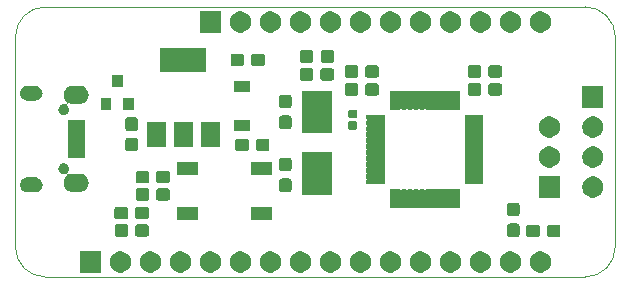
<source format=gbr>
G04 #@! TF.GenerationSoftware,KiCad,Pcbnew,(5.1.5)-2*
G04 #@! TF.CreationDate,2020-08-19T20:36:14+04:00*
G04 #@! TF.ProjectId,stm32f103_feather,73746d33-3266-4313-9033-5f6665617468,rev?*
G04 #@! TF.SameCoordinates,Original*
G04 #@! TF.FileFunction,Soldermask,Top*
G04 #@! TF.FilePolarity,Negative*
%FSLAX46Y46*%
G04 Gerber Fmt 4.6, Leading zero omitted, Abs format (unit mm)*
G04 Created by KiCad (PCBNEW (5.1.5)-2) date 2020-08-19 20:36:14*
%MOMM*%
%LPD*%
G04 APERTURE LIST*
G04 #@! TA.AperFunction,Profile*
%ADD10C,0.050000*%
G04 #@! TD*
%ADD11C,0.150000*%
G04 APERTURE END LIST*
D10*
X175260000Y-76200000D02*
X129540000Y-76200000D01*
X177800000Y-96520000D02*
X177800000Y-78740000D01*
X129540000Y-99060000D02*
X175260000Y-99060000D01*
X127000000Y-78740000D02*
X127000000Y-96520000D01*
X175260000Y-76200000D02*
G75*
G02X177800000Y-78740000I0J-2540000D01*
G01*
X177800000Y-96520000D02*
G75*
G02X175260000Y-99060000I-2540000J0D01*
G01*
X129540000Y-99060000D02*
G75*
G02X127000000Y-96520000I0J2540000D01*
G01*
X127000000Y-78740000D02*
G75*
G02X129540000Y-76200000I2540000J0D01*
G01*
D11*
G36*
X171563512Y-96893927D02*
G01*
X171712812Y-96923624D01*
X171876784Y-96991544D01*
X172024354Y-97090147D01*
X172149853Y-97215646D01*
X172248456Y-97363216D01*
X172316376Y-97527188D01*
X172351000Y-97701259D01*
X172351000Y-97878741D01*
X172316376Y-98052812D01*
X172248456Y-98216784D01*
X172149853Y-98364354D01*
X172024354Y-98489853D01*
X171876784Y-98588456D01*
X171712812Y-98656376D01*
X171563512Y-98686073D01*
X171538742Y-98691000D01*
X171361258Y-98691000D01*
X171336488Y-98686073D01*
X171187188Y-98656376D01*
X171023216Y-98588456D01*
X170875646Y-98489853D01*
X170750147Y-98364354D01*
X170651544Y-98216784D01*
X170583624Y-98052812D01*
X170549000Y-97878741D01*
X170549000Y-97701259D01*
X170583624Y-97527188D01*
X170651544Y-97363216D01*
X170750147Y-97215646D01*
X170875646Y-97090147D01*
X171023216Y-96991544D01*
X171187188Y-96923624D01*
X171336488Y-96893927D01*
X171361258Y-96889000D01*
X171538742Y-96889000D01*
X171563512Y-96893927D01*
G37*
G36*
X151243512Y-96893927D02*
G01*
X151392812Y-96923624D01*
X151556784Y-96991544D01*
X151704354Y-97090147D01*
X151829853Y-97215646D01*
X151928456Y-97363216D01*
X151996376Y-97527188D01*
X152031000Y-97701259D01*
X152031000Y-97878741D01*
X151996376Y-98052812D01*
X151928456Y-98216784D01*
X151829853Y-98364354D01*
X151704354Y-98489853D01*
X151556784Y-98588456D01*
X151392812Y-98656376D01*
X151243512Y-98686073D01*
X151218742Y-98691000D01*
X151041258Y-98691000D01*
X151016488Y-98686073D01*
X150867188Y-98656376D01*
X150703216Y-98588456D01*
X150555646Y-98489853D01*
X150430147Y-98364354D01*
X150331544Y-98216784D01*
X150263624Y-98052812D01*
X150229000Y-97878741D01*
X150229000Y-97701259D01*
X150263624Y-97527188D01*
X150331544Y-97363216D01*
X150430147Y-97215646D01*
X150555646Y-97090147D01*
X150703216Y-96991544D01*
X150867188Y-96923624D01*
X151016488Y-96893927D01*
X151041258Y-96889000D01*
X151218742Y-96889000D01*
X151243512Y-96893927D01*
G37*
G36*
X134251000Y-98691000D02*
G01*
X132449000Y-98691000D01*
X132449000Y-96889000D01*
X134251000Y-96889000D01*
X134251000Y-98691000D01*
G37*
G36*
X136003512Y-96893927D02*
G01*
X136152812Y-96923624D01*
X136316784Y-96991544D01*
X136464354Y-97090147D01*
X136589853Y-97215646D01*
X136688456Y-97363216D01*
X136756376Y-97527188D01*
X136791000Y-97701259D01*
X136791000Y-97878741D01*
X136756376Y-98052812D01*
X136688456Y-98216784D01*
X136589853Y-98364354D01*
X136464354Y-98489853D01*
X136316784Y-98588456D01*
X136152812Y-98656376D01*
X136003512Y-98686073D01*
X135978742Y-98691000D01*
X135801258Y-98691000D01*
X135776488Y-98686073D01*
X135627188Y-98656376D01*
X135463216Y-98588456D01*
X135315646Y-98489853D01*
X135190147Y-98364354D01*
X135091544Y-98216784D01*
X135023624Y-98052812D01*
X134989000Y-97878741D01*
X134989000Y-97701259D01*
X135023624Y-97527188D01*
X135091544Y-97363216D01*
X135190147Y-97215646D01*
X135315646Y-97090147D01*
X135463216Y-96991544D01*
X135627188Y-96923624D01*
X135776488Y-96893927D01*
X135801258Y-96889000D01*
X135978742Y-96889000D01*
X136003512Y-96893927D01*
G37*
G36*
X138543512Y-96893927D02*
G01*
X138692812Y-96923624D01*
X138856784Y-96991544D01*
X139004354Y-97090147D01*
X139129853Y-97215646D01*
X139228456Y-97363216D01*
X139296376Y-97527188D01*
X139331000Y-97701259D01*
X139331000Y-97878741D01*
X139296376Y-98052812D01*
X139228456Y-98216784D01*
X139129853Y-98364354D01*
X139004354Y-98489853D01*
X138856784Y-98588456D01*
X138692812Y-98656376D01*
X138543512Y-98686073D01*
X138518742Y-98691000D01*
X138341258Y-98691000D01*
X138316488Y-98686073D01*
X138167188Y-98656376D01*
X138003216Y-98588456D01*
X137855646Y-98489853D01*
X137730147Y-98364354D01*
X137631544Y-98216784D01*
X137563624Y-98052812D01*
X137529000Y-97878741D01*
X137529000Y-97701259D01*
X137563624Y-97527188D01*
X137631544Y-97363216D01*
X137730147Y-97215646D01*
X137855646Y-97090147D01*
X138003216Y-96991544D01*
X138167188Y-96923624D01*
X138316488Y-96893927D01*
X138341258Y-96889000D01*
X138518742Y-96889000D01*
X138543512Y-96893927D01*
G37*
G36*
X141083512Y-96893927D02*
G01*
X141232812Y-96923624D01*
X141396784Y-96991544D01*
X141544354Y-97090147D01*
X141669853Y-97215646D01*
X141768456Y-97363216D01*
X141836376Y-97527188D01*
X141871000Y-97701259D01*
X141871000Y-97878741D01*
X141836376Y-98052812D01*
X141768456Y-98216784D01*
X141669853Y-98364354D01*
X141544354Y-98489853D01*
X141396784Y-98588456D01*
X141232812Y-98656376D01*
X141083512Y-98686073D01*
X141058742Y-98691000D01*
X140881258Y-98691000D01*
X140856488Y-98686073D01*
X140707188Y-98656376D01*
X140543216Y-98588456D01*
X140395646Y-98489853D01*
X140270147Y-98364354D01*
X140171544Y-98216784D01*
X140103624Y-98052812D01*
X140069000Y-97878741D01*
X140069000Y-97701259D01*
X140103624Y-97527188D01*
X140171544Y-97363216D01*
X140270147Y-97215646D01*
X140395646Y-97090147D01*
X140543216Y-96991544D01*
X140707188Y-96923624D01*
X140856488Y-96893927D01*
X140881258Y-96889000D01*
X141058742Y-96889000D01*
X141083512Y-96893927D01*
G37*
G36*
X143623512Y-96893927D02*
G01*
X143772812Y-96923624D01*
X143936784Y-96991544D01*
X144084354Y-97090147D01*
X144209853Y-97215646D01*
X144308456Y-97363216D01*
X144376376Y-97527188D01*
X144411000Y-97701259D01*
X144411000Y-97878741D01*
X144376376Y-98052812D01*
X144308456Y-98216784D01*
X144209853Y-98364354D01*
X144084354Y-98489853D01*
X143936784Y-98588456D01*
X143772812Y-98656376D01*
X143623512Y-98686073D01*
X143598742Y-98691000D01*
X143421258Y-98691000D01*
X143396488Y-98686073D01*
X143247188Y-98656376D01*
X143083216Y-98588456D01*
X142935646Y-98489853D01*
X142810147Y-98364354D01*
X142711544Y-98216784D01*
X142643624Y-98052812D01*
X142609000Y-97878741D01*
X142609000Y-97701259D01*
X142643624Y-97527188D01*
X142711544Y-97363216D01*
X142810147Y-97215646D01*
X142935646Y-97090147D01*
X143083216Y-96991544D01*
X143247188Y-96923624D01*
X143396488Y-96893927D01*
X143421258Y-96889000D01*
X143598742Y-96889000D01*
X143623512Y-96893927D01*
G37*
G36*
X146163512Y-96893927D02*
G01*
X146312812Y-96923624D01*
X146476784Y-96991544D01*
X146624354Y-97090147D01*
X146749853Y-97215646D01*
X146848456Y-97363216D01*
X146916376Y-97527188D01*
X146951000Y-97701259D01*
X146951000Y-97878741D01*
X146916376Y-98052812D01*
X146848456Y-98216784D01*
X146749853Y-98364354D01*
X146624354Y-98489853D01*
X146476784Y-98588456D01*
X146312812Y-98656376D01*
X146163512Y-98686073D01*
X146138742Y-98691000D01*
X145961258Y-98691000D01*
X145936488Y-98686073D01*
X145787188Y-98656376D01*
X145623216Y-98588456D01*
X145475646Y-98489853D01*
X145350147Y-98364354D01*
X145251544Y-98216784D01*
X145183624Y-98052812D01*
X145149000Y-97878741D01*
X145149000Y-97701259D01*
X145183624Y-97527188D01*
X145251544Y-97363216D01*
X145350147Y-97215646D01*
X145475646Y-97090147D01*
X145623216Y-96991544D01*
X145787188Y-96923624D01*
X145936488Y-96893927D01*
X145961258Y-96889000D01*
X146138742Y-96889000D01*
X146163512Y-96893927D01*
G37*
G36*
X148703512Y-96893927D02*
G01*
X148852812Y-96923624D01*
X149016784Y-96991544D01*
X149164354Y-97090147D01*
X149289853Y-97215646D01*
X149388456Y-97363216D01*
X149456376Y-97527188D01*
X149491000Y-97701259D01*
X149491000Y-97878741D01*
X149456376Y-98052812D01*
X149388456Y-98216784D01*
X149289853Y-98364354D01*
X149164354Y-98489853D01*
X149016784Y-98588456D01*
X148852812Y-98656376D01*
X148703512Y-98686073D01*
X148678742Y-98691000D01*
X148501258Y-98691000D01*
X148476488Y-98686073D01*
X148327188Y-98656376D01*
X148163216Y-98588456D01*
X148015646Y-98489853D01*
X147890147Y-98364354D01*
X147791544Y-98216784D01*
X147723624Y-98052812D01*
X147689000Y-97878741D01*
X147689000Y-97701259D01*
X147723624Y-97527188D01*
X147791544Y-97363216D01*
X147890147Y-97215646D01*
X148015646Y-97090147D01*
X148163216Y-96991544D01*
X148327188Y-96923624D01*
X148476488Y-96893927D01*
X148501258Y-96889000D01*
X148678742Y-96889000D01*
X148703512Y-96893927D01*
G37*
G36*
X156323512Y-96893927D02*
G01*
X156472812Y-96923624D01*
X156636784Y-96991544D01*
X156784354Y-97090147D01*
X156909853Y-97215646D01*
X157008456Y-97363216D01*
X157076376Y-97527188D01*
X157111000Y-97701259D01*
X157111000Y-97878741D01*
X157076376Y-98052812D01*
X157008456Y-98216784D01*
X156909853Y-98364354D01*
X156784354Y-98489853D01*
X156636784Y-98588456D01*
X156472812Y-98656376D01*
X156323512Y-98686073D01*
X156298742Y-98691000D01*
X156121258Y-98691000D01*
X156096488Y-98686073D01*
X155947188Y-98656376D01*
X155783216Y-98588456D01*
X155635646Y-98489853D01*
X155510147Y-98364354D01*
X155411544Y-98216784D01*
X155343624Y-98052812D01*
X155309000Y-97878741D01*
X155309000Y-97701259D01*
X155343624Y-97527188D01*
X155411544Y-97363216D01*
X155510147Y-97215646D01*
X155635646Y-97090147D01*
X155783216Y-96991544D01*
X155947188Y-96923624D01*
X156096488Y-96893927D01*
X156121258Y-96889000D01*
X156298742Y-96889000D01*
X156323512Y-96893927D01*
G37*
G36*
X158863512Y-96893927D02*
G01*
X159012812Y-96923624D01*
X159176784Y-96991544D01*
X159324354Y-97090147D01*
X159449853Y-97215646D01*
X159548456Y-97363216D01*
X159616376Y-97527188D01*
X159651000Y-97701259D01*
X159651000Y-97878741D01*
X159616376Y-98052812D01*
X159548456Y-98216784D01*
X159449853Y-98364354D01*
X159324354Y-98489853D01*
X159176784Y-98588456D01*
X159012812Y-98656376D01*
X158863512Y-98686073D01*
X158838742Y-98691000D01*
X158661258Y-98691000D01*
X158636488Y-98686073D01*
X158487188Y-98656376D01*
X158323216Y-98588456D01*
X158175646Y-98489853D01*
X158050147Y-98364354D01*
X157951544Y-98216784D01*
X157883624Y-98052812D01*
X157849000Y-97878741D01*
X157849000Y-97701259D01*
X157883624Y-97527188D01*
X157951544Y-97363216D01*
X158050147Y-97215646D01*
X158175646Y-97090147D01*
X158323216Y-96991544D01*
X158487188Y-96923624D01*
X158636488Y-96893927D01*
X158661258Y-96889000D01*
X158838742Y-96889000D01*
X158863512Y-96893927D01*
G37*
G36*
X161403512Y-96893927D02*
G01*
X161552812Y-96923624D01*
X161716784Y-96991544D01*
X161864354Y-97090147D01*
X161989853Y-97215646D01*
X162088456Y-97363216D01*
X162156376Y-97527188D01*
X162191000Y-97701259D01*
X162191000Y-97878741D01*
X162156376Y-98052812D01*
X162088456Y-98216784D01*
X161989853Y-98364354D01*
X161864354Y-98489853D01*
X161716784Y-98588456D01*
X161552812Y-98656376D01*
X161403512Y-98686073D01*
X161378742Y-98691000D01*
X161201258Y-98691000D01*
X161176488Y-98686073D01*
X161027188Y-98656376D01*
X160863216Y-98588456D01*
X160715646Y-98489853D01*
X160590147Y-98364354D01*
X160491544Y-98216784D01*
X160423624Y-98052812D01*
X160389000Y-97878741D01*
X160389000Y-97701259D01*
X160423624Y-97527188D01*
X160491544Y-97363216D01*
X160590147Y-97215646D01*
X160715646Y-97090147D01*
X160863216Y-96991544D01*
X161027188Y-96923624D01*
X161176488Y-96893927D01*
X161201258Y-96889000D01*
X161378742Y-96889000D01*
X161403512Y-96893927D01*
G37*
G36*
X163943512Y-96893927D02*
G01*
X164092812Y-96923624D01*
X164256784Y-96991544D01*
X164404354Y-97090147D01*
X164529853Y-97215646D01*
X164628456Y-97363216D01*
X164696376Y-97527188D01*
X164731000Y-97701259D01*
X164731000Y-97878741D01*
X164696376Y-98052812D01*
X164628456Y-98216784D01*
X164529853Y-98364354D01*
X164404354Y-98489853D01*
X164256784Y-98588456D01*
X164092812Y-98656376D01*
X163943512Y-98686073D01*
X163918742Y-98691000D01*
X163741258Y-98691000D01*
X163716488Y-98686073D01*
X163567188Y-98656376D01*
X163403216Y-98588456D01*
X163255646Y-98489853D01*
X163130147Y-98364354D01*
X163031544Y-98216784D01*
X162963624Y-98052812D01*
X162929000Y-97878741D01*
X162929000Y-97701259D01*
X162963624Y-97527188D01*
X163031544Y-97363216D01*
X163130147Y-97215646D01*
X163255646Y-97090147D01*
X163403216Y-96991544D01*
X163567188Y-96923624D01*
X163716488Y-96893927D01*
X163741258Y-96889000D01*
X163918742Y-96889000D01*
X163943512Y-96893927D01*
G37*
G36*
X166483512Y-96893927D02*
G01*
X166632812Y-96923624D01*
X166796784Y-96991544D01*
X166944354Y-97090147D01*
X167069853Y-97215646D01*
X167168456Y-97363216D01*
X167236376Y-97527188D01*
X167271000Y-97701259D01*
X167271000Y-97878741D01*
X167236376Y-98052812D01*
X167168456Y-98216784D01*
X167069853Y-98364354D01*
X166944354Y-98489853D01*
X166796784Y-98588456D01*
X166632812Y-98656376D01*
X166483512Y-98686073D01*
X166458742Y-98691000D01*
X166281258Y-98691000D01*
X166256488Y-98686073D01*
X166107188Y-98656376D01*
X165943216Y-98588456D01*
X165795646Y-98489853D01*
X165670147Y-98364354D01*
X165571544Y-98216784D01*
X165503624Y-98052812D01*
X165469000Y-97878741D01*
X165469000Y-97701259D01*
X165503624Y-97527188D01*
X165571544Y-97363216D01*
X165670147Y-97215646D01*
X165795646Y-97090147D01*
X165943216Y-96991544D01*
X166107188Y-96923624D01*
X166256488Y-96893927D01*
X166281258Y-96889000D01*
X166458742Y-96889000D01*
X166483512Y-96893927D01*
G37*
G36*
X169023512Y-96893927D02*
G01*
X169172812Y-96923624D01*
X169336784Y-96991544D01*
X169484354Y-97090147D01*
X169609853Y-97215646D01*
X169708456Y-97363216D01*
X169776376Y-97527188D01*
X169811000Y-97701259D01*
X169811000Y-97878741D01*
X169776376Y-98052812D01*
X169708456Y-98216784D01*
X169609853Y-98364354D01*
X169484354Y-98489853D01*
X169336784Y-98588456D01*
X169172812Y-98656376D01*
X169023512Y-98686073D01*
X168998742Y-98691000D01*
X168821258Y-98691000D01*
X168796488Y-98686073D01*
X168647188Y-98656376D01*
X168483216Y-98588456D01*
X168335646Y-98489853D01*
X168210147Y-98364354D01*
X168111544Y-98216784D01*
X168043624Y-98052812D01*
X168009000Y-97878741D01*
X168009000Y-97701259D01*
X168043624Y-97527188D01*
X168111544Y-97363216D01*
X168210147Y-97215646D01*
X168335646Y-97090147D01*
X168483216Y-96991544D01*
X168647188Y-96923624D01*
X168796488Y-96893927D01*
X168821258Y-96889000D01*
X168998742Y-96889000D01*
X169023512Y-96893927D01*
G37*
G36*
X153783512Y-96893927D02*
G01*
X153932812Y-96923624D01*
X154096784Y-96991544D01*
X154244354Y-97090147D01*
X154369853Y-97215646D01*
X154468456Y-97363216D01*
X154536376Y-97527188D01*
X154571000Y-97701259D01*
X154571000Y-97878741D01*
X154536376Y-98052812D01*
X154468456Y-98216784D01*
X154369853Y-98364354D01*
X154244354Y-98489853D01*
X154096784Y-98588456D01*
X153932812Y-98656376D01*
X153783512Y-98686073D01*
X153758742Y-98691000D01*
X153581258Y-98691000D01*
X153556488Y-98686073D01*
X153407188Y-98656376D01*
X153243216Y-98588456D01*
X153095646Y-98489853D01*
X152970147Y-98364354D01*
X152871544Y-98216784D01*
X152803624Y-98052812D01*
X152769000Y-97878741D01*
X152769000Y-97701259D01*
X152803624Y-97527188D01*
X152871544Y-97363216D01*
X152970147Y-97215646D01*
X153095646Y-97090147D01*
X153243216Y-96991544D01*
X153407188Y-96923624D01*
X153556488Y-96893927D01*
X153581258Y-96889000D01*
X153758742Y-96889000D01*
X153783512Y-96893927D01*
G37*
G36*
X169528499Y-94537445D02*
G01*
X169565995Y-94548820D01*
X169600554Y-94567292D01*
X169630847Y-94592153D01*
X169655708Y-94622446D01*
X169674180Y-94657005D01*
X169685555Y-94694501D01*
X169690000Y-94739638D01*
X169690000Y-95478362D01*
X169685555Y-95523499D01*
X169674180Y-95560995D01*
X169655708Y-95595554D01*
X169630847Y-95625847D01*
X169600554Y-95650708D01*
X169565995Y-95669180D01*
X169528499Y-95680555D01*
X169483362Y-95685000D01*
X168844638Y-95685000D01*
X168799501Y-95680555D01*
X168762005Y-95669180D01*
X168727446Y-95650708D01*
X168697153Y-95625847D01*
X168672292Y-95595554D01*
X168653820Y-95560995D01*
X168642445Y-95523499D01*
X168638000Y-95478362D01*
X168638000Y-94739638D01*
X168642445Y-94694501D01*
X168653820Y-94657005D01*
X168672292Y-94622446D01*
X168697153Y-94592153D01*
X168727446Y-94567292D01*
X168762005Y-94548820D01*
X168799501Y-94537445D01*
X168844638Y-94533000D01*
X169483362Y-94533000D01*
X169528499Y-94537445D01*
G37*
G36*
X171243499Y-94636945D02*
G01*
X171280995Y-94648320D01*
X171315554Y-94666792D01*
X171345847Y-94691653D01*
X171370708Y-94721946D01*
X171389180Y-94756505D01*
X171400555Y-94794001D01*
X171405000Y-94839138D01*
X171405000Y-95477862D01*
X171400555Y-95522999D01*
X171389180Y-95560495D01*
X171370708Y-95595054D01*
X171345847Y-95625347D01*
X171315554Y-95650208D01*
X171280995Y-95668680D01*
X171243499Y-95680055D01*
X171198362Y-95684500D01*
X170459638Y-95684500D01*
X170414501Y-95680055D01*
X170377005Y-95668680D01*
X170342446Y-95650208D01*
X170312153Y-95625347D01*
X170287292Y-95595054D01*
X170268820Y-95560495D01*
X170257445Y-95522999D01*
X170253000Y-95477862D01*
X170253000Y-94839138D01*
X170257445Y-94794001D01*
X170268820Y-94756505D01*
X170287292Y-94721946D01*
X170312153Y-94691653D01*
X170342446Y-94666792D01*
X170377005Y-94648320D01*
X170414501Y-94636945D01*
X170459638Y-94632500D01*
X171198362Y-94632500D01*
X171243499Y-94636945D01*
G37*
G36*
X172993499Y-94636945D02*
G01*
X173030995Y-94648320D01*
X173065554Y-94666792D01*
X173095847Y-94691653D01*
X173120708Y-94721946D01*
X173139180Y-94756505D01*
X173150555Y-94794001D01*
X173155000Y-94839138D01*
X173155000Y-95477862D01*
X173150555Y-95522999D01*
X173139180Y-95560495D01*
X173120708Y-95595054D01*
X173095847Y-95625347D01*
X173065554Y-95650208D01*
X173030995Y-95668680D01*
X172993499Y-95680055D01*
X172948362Y-95684500D01*
X172209638Y-95684500D01*
X172164501Y-95680055D01*
X172127005Y-95668680D01*
X172092446Y-95650208D01*
X172062153Y-95625347D01*
X172037292Y-95595054D01*
X172018820Y-95560495D01*
X172007445Y-95522999D01*
X172003000Y-95477862D01*
X172003000Y-94839138D01*
X172007445Y-94794001D01*
X172018820Y-94756505D01*
X172037292Y-94721946D01*
X172062153Y-94691653D01*
X172092446Y-94666792D01*
X172127005Y-94648320D01*
X172164501Y-94636945D01*
X172209638Y-94632500D01*
X172948362Y-94632500D01*
X172993499Y-94636945D01*
G37*
G36*
X136395999Y-94601445D02*
G01*
X136433495Y-94612820D01*
X136468054Y-94631292D01*
X136498347Y-94656153D01*
X136523208Y-94686446D01*
X136541680Y-94721005D01*
X136553055Y-94758501D01*
X136557500Y-94803638D01*
X136557500Y-95442362D01*
X136553055Y-95487499D01*
X136541680Y-95524995D01*
X136523208Y-95559554D01*
X136498347Y-95589847D01*
X136468054Y-95614708D01*
X136433495Y-95633180D01*
X136395999Y-95644555D01*
X136350862Y-95649000D01*
X135612138Y-95649000D01*
X135567001Y-95644555D01*
X135529505Y-95633180D01*
X135494946Y-95614708D01*
X135464653Y-95589847D01*
X135439792Y-95559554D01*
X135421320Y-95524995D01*
X135409945Y-95487499D01*
X135405500Y-95442362D01*
X135405500Y-94803638D01*
X135409945Y-94758501D01*
X135421320Y-94721005D01*
X135439792Y-94686446D01*
X135464653Y-94656153D01*
X135494946Y-94631292D01*
X135529505Y-94612820D01*
X135567001Y-94601445D01*
X135612138Y-94597000D01*
X136350862Y-94597000D01*
X136395999Y-94601445D01*
G37*
G36*
X138145999Y-94601445D02*
G01*
X138183495Y-94612820D01*
X138218054Y-94631292D01*
X138248347Y-94656153D01*
X138273208Y-94686446D01*
X138291680Y-94721005D01*
X138303055Y-94758501D01*
X138307500Y-94803638D01*
X138307500Y-95442362D01*
X138303055Y-95487499D01*
X138291680Y-95524995D01*
X138273208Y-95559554D01*
X138248347Y-95589847D01*
X138218054Y-95614708D01*
X138183495Y-95633180D01*
X138145999Y-95644555D01*
X138100862Y-95649000D01*
X137362138Y-95649000D01*
X137317001Y-95644555D01*
X137279505Y-95633180D01*
X137244946Y-95614708D01*
X137214653Y-95589847D01*
X137189792Y-95559554D01*
X137171320Y-95524995D01*
X137159945Y-95487499D01*
X137155500Y-95442362D01*
X137155500Y-94803638D01*
X137159945Y-94758501D01*
X137171320Y-94721005D01*
X137189792Y-94686446D01*
X137214653Y-94656153D01*
X137244946Y-94631292D01*
X137279505Y-94612820D01*
X137317001Y-94601445D01*
X137362138Y-94597000D01*
X138100862Y-94597000D01*
X138145999Y-94601445D01*
G37*
G36*
X148767500Y-94272000D02*
G01*
X146965500Y-94272000D01*
X146965500Y-93170000D01*
X148767500Y-93170000D01*
X148767500Y-94272000D01*
G37*
G36*
X142467500Y-94272000D02*
G01*
X140665500Y-94272000D01*
X140665500Y-93170000D01*
X142467500Y-93170000D01*
X142467500Y-94272000D01*
G37*
G36*
X138131999Y-93140945D02*
G01*
X138169495Y-93152320D01*
X138204054Y-93170792D01*
X138234347Y-93195653D01*
X138259208Y-93225946D01*
X138277680Y-93260505D01*
X138289055Y-93298001D01*
X138293500Y-93343138D01*
X138293500Y-93981862D01*
X138289055Y-94026999D01*
X138277680Y-94064495D01*
X138259208Y-94099054D01*
X138234347Y-94129347D01*
X138204054Y-94154208D01*
X138169495Y-94172680D01*
X138131999Y-94184055D01*
X138086862Y-94188500D01*
X137348138Y-94188500D01*
X137303001Y-94184055D01*
X137265505Y-94172680D01*
X137230946Y-94154208D01*
X137200653Y-94129347D01*
X137175792Y-94099054D01*
X137157320Y-94064495D01*
X137145945Y-94026999D01*
X137141500Y-93981862D01*
X137141500Y-93343138D01*
X137145945Y-93298001D01*
X137157320Y-93260505D01*
X137175792Y-93225946D01*
X137200653Y-93195653D01*
X137230946Y-93170792D01*
X137265505Y-93152320D01*
X137303001Y-93140945D01*
X137348138Y-93136500D01*
X138086862Y-93136500D01*
X138131999Y-93140945D01*
G37*
G36*
X136381999Y-93140945D02*
G01*
X136419495Y-93152320D01*
X136454054Y-93170792D01*
X136484347Y-93195653D01*
X136509208Y-93225946D01*
X136527680Y-93260505D01*
X136539055Y-93298001D01*
X136543500Y-93343138D01*
X136543500Y-93981862D01*
X136539055Y-94026999D01*
X136527680Y-94064495D01*
X136509208Y-94099054D01*
X136484347Y-94129347D01*
X136454054Y-94154208D01*
X136419495Y-94172680D01*
X136381999Y-94184055D01*
X136336862Y-94188500D01*
X135598138Y-94188500D01*
X135553001Y-94184055D01*
X135515505Y-94172680D01*
X135480946Y-94154208D01*
X135450653Y-94129347D01*
X135425792Y-94099054D01*
X135407320Y-94064495D01*
X135395945Y-94026999D01*
X135391500Y-93981862D01*
X135391500Y-93343138D01*
X135395945Y-93298001D01*
X135407320Y-93260505D01*
X135425792Y-93225946D01*
X135450653Y-93195653D01*
X135480946Y-93170792D01*
X135515505Y-93152320D01*
X135553001Y-93140945D01*
X135598138Y-93136500D01*
X136336862Y-93136500D01*
X136381999Y-93140945D01*
G37*
G36*
X169528499Y-92787445D02*
G01*
X169565995Y-92798820D01*
X169600554Y-92817292D01*
X169630847Y-92842153D01*
X169655708Y-92872446D01*
X169674180Y-92907005D01*
X169685555Y-92944501D01*
X169690000Y-92989638D01*
X169690000Y-93728362D01*
X169685555Y-93773499D01*
X169674180Y-93810995D01*
X169655708Y-93845554D01*
X169630847Y-93875847D01*
X169600554Y-93900708D01*
X169565995Y-93919180D01*
X169528499Y-93930555D01*
X169483362Y-93935000D01*
X168844638Y-93935000D01*
X168799501Y-93930555D01*
X168762005Y-93919180D01*
X168727446Y-93900708D01*
X168697153Y-93875847D01*
X168672292Y-93845554D01*
X168653820Y-93810995D01*
X168642445Y-93773499D01*
X168638000Y-93728362D01*
X168638000Y-92989638D01*
X168642445Y-92944501D01*
X168653820Y-92907005D01*
X168672292Y-92872446D01*
X168697153Y-92842153D01*
X168727446Y-92817292D01*
X168762005Y-92798820D01*
X168799501Y-92787445D01*
X168844638Y-92783000D01*
X169483362Y-92783000D01*
X169528499Y-92787445D01*
G37*
G36*
X159091295Y-91640323D02*
G01*
X159098309Y-91642451D01*
X159112077Y-91649810D01*
X159134716Y-91659187D01*
X159158749Y-91663967D01*
X159183253Y-91663967D01*
X159207286Y-91659186D01*
X159229923Y-91649810D01*
X159243691Y-91642451D01*
X159250705Y-91640323D01*
X159264140Y-91639000D01*
X159577860Y-91639000D01*
X159591295Y-91640323D01*
X159598309Y-91642451D01*
X159612077Y-91649810D01*
X159634716Y-91659187D01*
X159658749Y-91663967D01*
X159683253Y-91663967D01*
X159707286Y-91659186D01*
X159729923Y-91649810D01*
X159743691Y-91642451D01*
X159750705Y-91640323D01*
X159764140Y-91639000D01*
X160077860Y-91639000D01*
X160091295Y-91640323D01*
X160098309Y-91642451D01*
X160112077Y-91649810D01*
X160134716Y-91659187D01*
X160158749Y-91663967D01*
X160183253Y-91663967D01*
X160207286Y-91659186D01*
X160229923Y-91649810D01*
X160243691Y-91642451D01*
X160250705Y-91640323D01*
X160264140Y-91639000D01*
X160577860Y-91639000D01*
X160591295Y-91640323D01*
X160598309Y-91642451D01*
X160612077Y-91649810D01*
X160634716Y-91659187D01*
X160658749Y-91663967D01*
X160683253Y-91663967D01*
X160707286Y-91659186D01*
X160729923Y-91649810D01*
X160743691Y-91642451D01*
X160750705Y-91640323D01*
X160764140Y-91639000D01*
X161077860Y-91639000D01*
X161091295Y-91640323D01*
X161098309Y-91642451D01*
X161112077Y-91649810D01*
X161134716Y-91659187D01*
X161158749Y-91663967D01*
X161183253Y-91663967D01*
X161207286Y-91659186D01*
X161229923Y-91649810D01*
X161243691Y-91642451D01*
X161250705Y-91640323D01*
X161264140Y-91639000D01*
X161577860Y-91639000D01*
X161591295Y-91640323D01*
X161598309Y-91642451D01*
X161612077Y-91649810D01*
X161634716Y-91659187D01*
X161658749Y-91663967D01*
X161683253Y-91663967D01*
X161707286Y-91659186D01*
X161729923Y-91649810D01*
X161743691Y-91642451D01*
X161750705Y-91640323D01*
X161764140Y-91639000D01*
X162077860Y-91639000D01*
X162091295Y-91640323D01*
X162098309Y-91642451D01*
X162112077Y-91649810D01*
X162134716Y-91659187D01*
X162158749Y-91663967D01*
X162183253Y-91663967D01*
X162207286Y-91659186D01*
X162229923Y-91649810D01*
X162243691Y-91642451D01*
X162250705Y-91640323D01*
X162264140Y-91639000D01*
X162577860Y-91639000D01*
X162591295Y-91640323D01*
X162598309Y-91642451D01*
X162612077Y-91649810D01*
X162634716Y-91659187D01*
X162658749Y-91663967D01*
X162683253Y-91663967D01*
X162707286Y-91659186D01*
X162729923Y-91649810D01*
X162743691Y-91642451D01*
X162750705Y-91640323D01*
X162764140Y-91639000D01*
X163077860Y-91639000D01*
X163091295Y-91640323D01*
X163098309Y-91642451D01*
X163112077Y-91649810D01*
X163134716Y-91659187D01*
X163158749Y-91663967D01*
X163183253Y-91663967D01*
X163207286Y-91659186D01*
X163229923Y-91649810D01*
X163243691Y-91642451D01*
X163250705Y-91640323D01*
X163264140Y-91639000D01*
X163577860Y-91639000D01*
X163591295Y-91640323D01*
X163598309Y-91642451D01*
X163612077Y-91649810D01*
X163634716Y-91659187D01*
X163658749Y-91663967D01*
X163683253Y-91663967D01*
X163707286Y-91659186D01*
X163729923Y-91649810D01*
X163743691Y-91642451D01*
X163750705Y-91640323D01*
X163764140Y-91639000D01*
X164077860Y-91639000D01*
X164091295Y-91640323D01*
X164098309Y-91642451D01*
X164112077Y-91649810D01*
X164134716Y-91659187D01*
X164158749Y-91663967D01*
X164183253Y-91663967D01*
X164207286Y-91659186D01*
X164229923Y-91649810D01*
X164243691Y-91642451D01*
X164250705Y-91640323D01*
X164264140Y-91639000D01*
X164577860Y-91639000D01*
X164591295Y-91640323D01*
X164598310Y-91642451D01*
X164604776Y-91645908D01*
X164610442Y-91650558D01*
X164615092Y-91656224D01*
X164618549Y-91662690D01*
X164620677Y-91669705D01*
X164622000Y-91683140D01*
X164622000Y-93171860D01*
X164620677Y-93185295D01*
X164618549Y-93192310D01*
X164615092Y-93198776D01*
X164610442Y-93204442D01*
X164604776Y-93209092D01*
X164598310Y-93212549D01*
X164591295Y-93214677D01*
X164577860Y-93216000D01*
X164264140Y-93216000D01*
X164250705Y-93214677D01*
X164243691Y-93212549D01*
X164229923Y-93205190D01*
X164207284Y-93195813D01*
X164183251Y-93191033D01*
X164158747Y-93191033D01*
X164134714Y-93195814D01*
X164112077Y-93205190D01*
X164098309Y-93212549D01*
X164091295Y-93214677D01*
X164077860Y-93216000D01*
X163764140Y-93216000D01*
X163750705Y-93214677D01*
X163743691Y-93212549D01*
X163729923Y-93205190D01*
X163707284Y-93195813D01*
X163683251Y-93191033D01*
X163658747Y-93191033D01*
X163634714Y-93195814D01*
X163612077Y-93205190D01*
X163598309Y-93212549D01*
X163591295Y-93214677D01*
X163577860Y-93216000D01*
X163264140Y-93216000D01*
X163250705Y-93214677D01*
X163243691Y-93212549D01*
X163229923Y-93205190D01*
X163207284Y-93195813D01*
X163183251Y-93191033D01*
X163158747Y-93191033D01*
X163134714Y-93195814D01*
X163112077Y-93205190D01*
X163098309Y-93212549D01*
X163091295Y-93214677D01*
X163077860Y-93216000D01*
X162764140Y-93216000D01*
X162750705Y-93214677D01*
X162743691Y-93212549D01*
X162729923Y-93205190D01*
X162707284Y-93195813D01*
X162683251Y-93191033D01*
X162658747Y-93191033D01*
X162634714Y-93195814D01*
X162612077Y-93205190D01*
X162598309Y-93212549D01*
X162591295Y-93214677D01*
X162577860Y-93216000D01*
X162264140Y-93216000D01*
X162250705Y-93214677D01*
X162243691Y-93212549D01*
X162229923Y-93205190D01*
X162207284Y-93195813D01*
X162183251Y-93191033D01*
X162158747Y-93191033D01*
X162134714Y-93195814D01*
X162112077Y-93205190D01*
X162098309Y-93212549D01*
X162091295Y-93214677D01*
X162077860Y-93216000D01*
X161764140Y-93216000D01*
X161750705Y-93214677D01*
X161743691Y-93212549D01*
X161729923Y-93205190D01*
X161707284Y-93195813D01*
X161683251Y-93191033D01*
X161658747Y-93191033D01*
X161634714Y-93195814D01*
X161612077Y-93205190D01*
X161598309Y-93212549D01*
X161591295Y-93214677D01*
X161577860Y-93216000D01*
X161264140Y-93216000D01*
X161250705Y-93214677D01*
X161243691Y-93212549D01*
X161229923Y-93205190D01*
X161207284Y-93195813D01*
X161183251Y-93191033D01*
X161158747Y-93191033D01*
X161134714Y-93195814D01*
X161112077Y-93205190D01*
X161098309Y-93212549D01*
X161091295Y-93214677D01*
X161077860Y-93216000D01*
X160764140Y-93216000D01*
X160750705Y-93214677D01*
X160743691Y-93212549D01*
X160729923Y-93205190D01*
X160707284Y-93195813D01*
X160683251Y-93191033D01*
X160658747Y-93191033D01*
X160634714Y-93195814D01*
X160612077Y-93205190D01*
X160598309Y-93212549D01*
X160591295Y-93214677D01*
X160577860Y-93216000D01*
X160264140Y-93216000D01*
X160250705Y-93214677D01*
X160243691Y-93212549D01*
X160229923Y-93205190D01*
X160207284Y-93195813D01*
X160183251Y-93191033D01*
X160158747Y-93191033D01*
X160134714Y-93195814D01*
X160112077Y-93205190D01*
X160098309Y-93212549D01*
X160091295Y-93214677D01*
X160077860Y-93216000D01*
X159764140Y-93216000D01*
X159750705Y-93214677D01*
X159743691Y-93212549D01*
X159729923Y-93205190D01*
X159707284Y-93195813D01*
X159683251Y-93191033D01*
X159658747Y-93191033D01*
X159634714Y-93195814D01*
X159612077Y-93205190D01*
X159598309Y-93212549D01*
X159591295Y-93214677D01*
X159577860Y-93216000D01*
X159264140Y-93216000D01*
X159250705Y-93214677D01*
X159243691Y-93212549D01*
X159229923Y-93205190D01*
X159207284Y-93195813D01*
X159183251Y-93191033D01*
X159158747Y-93191033D01*
X159134714Y-93195814D01*
X159112077Y-93205190D01*
X159098309Y-93212549D01*
X159091295Y-93214677D01*
X159077860Y-93216000D01*
X158764140Y-93216000D01*
X158750705Y-93214677D01*
X158743690Y-93212549D01*
X158737224Y-93209092D01*
X158731558Y-93204442D01*
X158726908Y-93198776D01*
X158723451Y-93192310D01*
X158721323Y-93185295D01*
X158720000Y-93171860D01*
X158720000Y-91683140D01*
X158721323Y-91669705D01*
X158723451Y-91662690D01*
X158726908Y-91656224D01*
X158731558Y-91650558D01*
X158737224Y-91645908D01*
X158743690Y-91642451D01*
X158750705Y-91640323D01*
X158764140Y-91639000D01*
X159077860Y-91639000D01*
X159091295Y-91640323D01*
G37*
G36*
X138173999Y-91553445D02*
G01*
X138211495Y-91564820D01*
X138246054Y-91583292D01*
X138276347Y-91608153D01*
X138301208Y-91638446D01*
X138319680Y-91673005D01*
X138331055Y-91710501D01*
X138335500Y-91755638D01*
X138335500Y-92394362D01*
X138331055Y-92439499D01*
X138319680Y-92476995D01*
X138301208Y-92511554D01*
X138276347Y-92541847D01*
X138246054Y-92566708D01*
X138211495Y-92585180D01*
X138173999Y-92596555D01*
X138128862Y-92601000D01*
X137390138Y-92601000D01*
X137345001Y-92596555D01*
X137307505Y-92585180D01*
X137272946Y-92566708D01*
X137242653Y-92541847D01*
X137217792Y-92511554D01*
X137199320Y-92476995D01*
X137187945Y-92439499D01*
X137183500Y-92394362D01*
X137183500Y-91755638D01*
X137187945Y-91710501D01*
X137199320Y-91673005D01*
X137217792Y-91638446D01*
X137242653Y-91608153D01*
X137272946Y-91583292D01*
X137307505Y-91564820D01*
X137345001Y-91553445D01*
X137390138Y-91549000D01*
X138128862Y-91549000D01*
X138173999Y-91553445D01*
G37*
G36*
X139923999Y-91553445D02*
G01*
X139961495Y-91564820D01*
X139996054Y-91583292D01*
X140026347Y-91608153D01*
X140051208Y-91638446D01*
X140069680Y-91673005D01*
X140081055Y-91710501D01*
X140085500Y-91755638D01*
X140085500Y-92394362D01*
X140081055Y-92439499D01*
X140069680Y-92476995D01*
X140051208Y-92511554D01*
X140026347Y-92541847D01*
X139996054Y-92566708D01*
X139961495Y-92585180D01*
X139923999Y-92596555D01*
X139878862Y-92601000D01*
X139140138Y-92601000D01*
X139095001Y-92596555D01*
X139057505Y-92585180D01*
X139022946Y-92566708D01*
X138992653Y-92541847D01*
X138967792Y-92511554D01*
X138949320Y-92476995D01*
X138937945Y-92439499D01*
X138933500Y-92394362D01*
X138933500Y-91755638D01*
X138937945Y-91710501D01*
X138949320Y-91673005D01*
X138967792Y-91638446D01*
X138992653Y-91608153D01*
X139022946Y-91583292D01*
X139057505Y-91564820D01*
X139095001Y-91553445D01*
X139140138Y-91549000D01*
X139878862Y-91549000D01*
X139923999Y-91553445D01*
G37*
G36*
X173113000Y-92341000D02*
G01*
X171311000Y-92341000D01*
X171311000Y-90539000D01*
X173113000Y-90539000D01*
X173113000Y-92341000D01*
G37*
G36*
X176008512Y-90543927D02*
G01*
X176157812Y-90573624D01*
X176321784Y-90641544D01*
X176469354Y-90740147D01*
X176594853Y-90865646D01*
X176693456Y-91013216D01*
X176761376Y-91177188D01*
X176791073Y-91326488D01*
X176796000Y-91351258D01*
X176796000Y-91528742D01*
X176794913Y-91534208D01*
X176761376Y-91702812D01*
X176693456Y-91866784D01*
X176594853Y-92014354D01*
X176469354Y-92139853D01*
X176321784Y-92238456D01*
X176157812Y-92306376D01*
X176008512Y-92336073D01*
X175983742Y-92341000D01*
X175806258Y-92341000D01*
X175781488Y-92336073D01*
X175632188Y-92306376D01*
X175468216Y-92238456D01*
X175320646Y-92139853D01*
X175195147Y-92014354D01*
X175096544Y-91866784D01*
X175028624Y-91702812D01*
X174995087Y-91534208D01*
X174994000Y-91528742D01*
X174994000Y-91351258D01*
X174998927Y-91326488D01*
X175028624Y-91177188D01*
X175096544Y-91013216D01*
X175195147Y-90865646D01*
X175320646Y-90740147D01*
X175468216Y-90641544D01*
X175632188Y-90573624D01*
X175781488Y-90543927D01*
X175806258Y-90539000D01*
X175983742Y-90539000D01*
X176008512Y-90543927D01*
G37*
G36*
X153778000Y-92098000D02*
G01*
X151276000Y-92098000D01*
X151276000Y-88496000D01*
X153778000Y-88496000D01*
X153778000Y-92098000D01*
G37*
G36*
X128799715Y-90634058D02*
G01*
X128865323Y-90653960D01*
X128910935Y-90667796D01*
X128917722Y-90669855D01*
X129026468Y-90727981D01*
X129121790Y-90806210D01*
X129200019Y-90901532D01*
X129258145Y-91010278D01*
X129293942Y-91128285D01*
X129306028Y-91251000D01*
X129293942Y-91373715D01*
X129258145Y-91491722D01*
X129200019Y-91600468D01*
X129121790Y-91695790D01*
X129026468Y-91774019D01*
X128917722Y-91832145D01*
X128799715Y-91867942D01*
X128707746Y-91877000D01*
X127996254Y-91877000D01*
X127904285Y-91867942D01*
X127786278Y-91832145D01*
X127677532Y-91774019D01*
X127582210Y-91695790D01*
X127503981Y-91600468D01*
X127445855Y-91491722D01*
X127410058Y-91373715D01*
X127397972Y-91251000D01*
X127410058Y-91128285D01*
X127445855Y-91010278D01*
X127503981Y-90901532D01*
X127582210Y-90806210D01*
X127677532Y-90727981D01*
X127786278Y-90669855D01*
X127793066Y-90667796D01*
X127838677Y-90653960D01*
X127904285Y-90634058D01*
X127996254Y-90625000D01*
X128707746Y-90625000D01*
X128799715Y-90634058D01*
G37*
G36*
X131233552Y-89442331D02*
G01*
X131310861Y-89474354D01*
X131315629Y-89476329D01*
X131389496Y-89525686D01*
X131452314Y-89588504D01*
X131483454Y-89635107D01*
X131501672Y-89662373D01*
X131535669Y-89744448D01*
X131553000Y-89831579D01*
X131553000Y-89920421D01*
X131535669Y-90007552D01*
X131511522Y-90065847D01*
X131501671Y-90089629D01*
X131489048Y-90108520D01*
X131452315Y-90163495D01*
X131436762Y-90179048D01*
X131421217Y-90197990D01*
X131409666Y-90219601D01*
X131402553Y-90243050D01*
X131400151Y-90267436D01*
X131402553Y-90291822D01*
X131409666Y-90315271D01*
X131421217Y-90336882D01*
X131436762Y-90355824D01*
X131455704Y-90371369D01*
X131477315Y-90382920D01*
X131500764Y-90390033D01*
X131525150Y-90392435D01*
X131549536Y-90390033D01*
X131572985Y-90382920D01*
X131576614Y-90381204D01*
X131578600Y-90380602D01*
X131578601Y-90380601D01*
X131650915Y-90358665D01*
X131724879Y-90336228D01*
X131838882Y-90325000D01*
X132465118Y-90325000D01*
X132579121Y-90336228D01*
X132725402Y-90380602D01*
X132860204Y-90452655D01*
X132860207Y-90452657D01*
X132860208Y-90452658D01*
X132978369Y-90549631D01*
X133053801Y-90641544D01*
X133075345Y-90667796D01*
X133147398Y-90802598D01*
X133191772Y-90948879D01*
X133206754Y-91101000D01*
X133191772Y-91253121D01*
X133147398Y-91399402D01*
X133075345Y-91534204D01*
X133075343Y-91534207D01*
X133075342Y-91534208D01*
X132978369Y-91652369D01*
X132907536Y-91710501D01*
X132860204Y-91749345D01*
X132725402Y-91821398D01*
X132579121Y-91865772D01*
X132465118Y-91877000D01*
X131838882Y-91877000D01*
X131724879Y-91865772D01*
X131578598Y-91821398D01*
X131443796Y-91749345D01*
X131396465Y-91710501D01*
X131325631Y-91652369D01*
X131228658Y-91534208D01*
X131228657Y-91534207D01*
X131228655Y-91534204D01*
X131156602Y-91399402D01*
X131112228Y-91253121D01*
X131097246Y-91101000D01*
X131112228Y-90948879D01*
X131156602Y-90802598D01*
X131228655Y-90667796D01*
X131325633Y-90549628D01*
X131358430Y-90522712D01*
X131375757Y-90505385D01*
X131389370Y-90485011D01*
X131398748Y-90462372D01*
X131403528Y-90438339D01*
X131403528Y-90413835D01*
X131398748Y-90389801D01*
X131389370Y-90367163D01*
X131375756Y-90346788D01*
X131358429Y-90329461D01*
X131338055Y-90315848D01*
X131315416Y-90306470D01*
X131291383Y-90301690D01*
X131266879Y-90301690D01*
X131242845Y-90306470D01*
X131234351Y-90309510D01*
X131146421Y-90327000D01*
X131057579Y-90327000D01*
X130970448Y-90309669D01*
X130888373Y-90275672D01*
X130888372Y-90275672D01*
X130888371Y-90275671D01*
X130839551Y-90243050D01*
X130814505Y-90226315D01*
X130751685Y-90163495D01*
X130714952Y-90108520D01*
X130702329Y-90089629D01*
X130692478Y-90065847D01*
X130668331Y-90007552D01*
X130651000Y-89920421D01*
X130651000Y-89831579D01*
X130668331Y-89744448D01*
X130702328Y-89662373D01*
X130720547Y-89635107D01*
X130751686Y-89588504D01*
X130814504Y-89525686D01*
X130888371Y-89476329D01*
X130893139Y-89474354D01*
X130970448Y-89442331D01*
X131057579Y-89425000D01*
X131146421Y-89425000D01*
X131233552Y-89442331D01*
G37*
G36*
X150224499Y-90727445D02*
G01*
X150261995Y-90738820D01*
X150296554Y-90757292D01*
X150326847Y-90782153D01*
X150351708Y-90812446D01*
X150370180Y-90847005D01*
X150381555Y-90884501D01*
X150386000Y-90929638D01*
X150386000Y-91668362D01*
X150381555Y-91713499D01*
X150370180Y-91750995D01*
X150351708Y-91785554D01*
X150326847Y-91815847D01*
X150296554Y-91840708D01*
X150261995Y-91859180D01*
X150224499Y-91870555D01*
X150179362Y-91875000D01*
X149540638Y-91875000D01*
X149495501Y-91870555D01*
X149458005Y-91859180D01*
X149423446Y-91840708D01*
X149393153Y-91815847D01*
X149368292Y-91785554D01*
X149349820Y-91750995D01*
X149338445Y-91713499D01*
X149334000Y-91668362D01*
X149334000Y-90929638D01*
X149338445Y-90884501D01*
X149349820Y-90847005D01*
X149368292Y-90812446D01*
X149393153Y-90782153D01*
X149423446Y-90757292D01*
X149458005Y-90738820D01*
X149495501Y-90727445D01*
X149540638Y-90723000D01*
X150179362Y-90723000D01*
X150224499Y-90727445D01*
G37*
G36*
X166591295Y-85315323D02*
G01*
X166598310Y-85317451D01*
X166604776Y-85320908D01*
X166610442Y-85325558D01*
X166615092Y-85331224D01*
X166618549Y-85337690D01*
X166620677Y-85344705D01*
X166622000Y-85358140D01*
X166622000Y-85671860D01*
X166620677Y-85685295D01*
X166618549Y-85692309D01*
X166611190Y-85706077D01*
X166601813Y-85728716D01*
X166597033Y-85752749D01*
X166597033Y-85777253D01*
X166601814Y-85801286D01*
X166611190Y-85823923D01*
X166618549Y-85837691D01*
X166620677Y-85844705D01*
X166622000Y-85858140D01*
X166622000Y-86171860D01*
X166620677Y-86185295D01*
X166618549Y-86192309D01*
X166611190Y-86206077D01*
X166601813Y-86228716D01*
X166597033Y-86252749D01*
X166597033Y-86277253D01*
X166601814Y-86301286D01*
X166611190Y-86323923D01*
X166618549Y-86337691D01*
X166620677Y-86344705D01*
X166622000Y-86358140D01*
X166622000Y-86671860D01*
X166620677Y-86685295D01*
X166618549Y-86692309D01*
X166611190Y-86706077D01*
X166601813Y-86728716D01*
X166597033Y-86752749D01*
X166597033Y-86777253D01*
X166601814Y-86801286D01*
X166611190Y-86823923D01*
X166618549Y-86837691D01*
X166620677Y-86844705D01*
X166622000Y-86858140D01*
X166622000Y-87171860D01*
X166620677Y-87185295D01*
X166618549Y-87192309D01*
X166611190Y-87206077D01*
X166601813Y-87228716D01*
X166597033Y-87252749D01*
X166597033Y-87277253D01*
X166601814Y-87301286D01*
X166611190Y-87323923D01*
X166618549Y-87337691D01*
X166620677Y-87344705D01*
X166622000Y-87358140D01*
X166622000Y-87671860D01*
X166620677Y-87685295D01*
X166618549Y-87692309D01*
X166611190Y-87706077D01*
X166601813Y-87728716D01*
X166597033Y-87752749D01*
X166597033Y-87777253D01*
X166601814Y-87801286D01*
X166611190Y-87823923D01*
X166618549Y-87837691D01*
X166620677Y-87844705D01*
X166622000Y-87858140D01*
X166622000Y-88171860D01*
X166620677Y-88185295D01*
X166618549Y-88192309D01*
X166611190Y-88206077D01*
X166601813Y-88228716D01*
X166597033Y-88252749D01*
X166597033Y-88277253D01*
X166601814Y-88301286D01*
X166611190Y-88323923D01*
X166618549Y-88337691D01*
X166620677Y-88344705D01*
X166622000Y-88358140D01*
X166622000Y-88671860D01*
X166620677Y-88685295D01*
X166618549Y-88692309D01*
X166611190Y-88706077D01*
X166601813Y-88728716D01*
X166597033Y-88752749D01*
X166597033Y-88777253D01*
X166601814Y-88801286D01*
X166611190Y-88823923D01*
X166618549Y-88837691D01*
X166620677Y-88844705D01*
X166622000Y-88858140D01*
X166622000Y-89171860D01*
X166620677Y-89185295D01*
X166618549Y-89192309D01*
X166611190Y-89206077D01*
X166601813Y-89228716D01*
X166597033Y-89252749D01*
X166597033Y-89277253D01*
X166601814Y-89301286D01*
X166611190Y-89323923D01*
X166618549Y-89337691D01*
X166620677Y-89344705D01*
X166622000Y-89358140D01*
X166622000Y-89671860D01*
X166620677Y-89685295D01*
X166618549Y-89692309D01*
X166611190Y-89706077D01*
X166601813Y-89728716D01*
X166597033Y-89752749D01*
X166597033Y-89777253D01*
X166601814Y-89801286D01*
X166611190Y-89823923D01*
X166618549Y-89837691D01*
X166620677Y-89844705D01*
X166622000Y-89858140D01*
X166622000Y-90171860D01*
X166620677Y-90185295D01*
X166618549Y-90192309D01*
X166611190Y-90206077D01*
X166601813Y-90228716D01*
X166597033Y-90252749D01*
X166597033Y-90277253D01*
X166601814Y-90301286D01*
X166611190Y-90323923D01*
X166618549Y-90337691D01*
X166620677Y-90344705D01*
X166622000Y-90358140D01*
X166622000Y-90671860D01*
X166620677Y-90685295D01*
X166618549Y-90692309D01*
X166611190Y-90706077D01*
X166601813Y-90728716D01*
X166597033Y-90752749D01*
X166597033Y-90777253D01*
X166601814Y-90801286D01*
X166611190Y-90823923D01*
X166618549Y-90837691D01*
X166620677Y-90844705D01*
X166622000Y-90858140D01*
X166622000Y-91171860D01*
X166620677Y-91185295D01*
X166618549Y-91192310D01*
X166615092Y-91198776D01*
X166610442Y-91204442D01*
X166604776Y-91209092D01*
X166598310Y-91212549D01*
X166591295Y-91214677D01*
X166577860Y-91216000D01*
X165089140Y-91216000D01*
X165075705Y-91214677D01*
X165068690Y-91212549D01*
X165062224Y-91209092D01*
X165056558Y-91204442D01*
X165051908Y-91198776D01*
X165048451Y-91192310D01*
X165046323Y-91185295D01*
X165045000Y-91171860D01*
X165045000Y-90858140D01*
X165046323Y-90844705D01*
X165048451Y-90837691D01*
X165055810Y-90823923D01*
X165065187Y-90801284D01*
X165069967Y-90777251D01*
X165069967Y-90752747D01*
X165065186Y-90728714D01*
X165055810Y-90706077D01*
X165048451Y-90692309D01*
X165046323Y-90685295D01*
X165045000Y-90671860D01*
X165045000Y-90358140D01*
X165046323Y-90344705D01*
X165048451Y-90337691D01*
X165055810Y-90323923D01*
X165065187Y-90301284D01*
X165069967Y-90277251D01*
X165069967Y-90252747D01*
X165065186Y-90228714D01*
X165055810Y-90206077D01*
X165048451Y-90192309D01*
X165046323Y-90185295D01*
X165045000Y-90171860D01*
X165045000Y-89858140D01*
X165046323Y-89844705D01*
X165048451Y-89837691D01*
X165055810Y-89823923D01*
X165065187Y-89801284D01*
X165069967Y-89777251D01*
X165069967Y-89752747D01*
X165065186Y-89728714D01*
X165055810Y-89706077D01*
X165048451Y-89692309D01*
X165046323Y-89685295D01*
X165045000Y-89671860D01*
X165045000Y-89358140D01*
X165046323Y-89344705D01*
X165048451Y-89337691D01*
X165055810Y-89323923D01*
X165065187Y-89301284D01*
X165069967Y-89277251D01*
X165069967Y-89252747D01*
X165065186Y-89228714D01*
X165055810Y-89206077D01*
X165048451Y-89192309D01*
X165046323Y-89185295D01*
X165045000Y-89171860D01*
X165045000Y-88858140D01*
X165046323Y-88844705D01*
X165048451Y-88837691D01*
X165055810Y-88823923D01*
X165065187Y-88801284D01*
X165069967Y-88777251D01*
X165069967Y-88752747D01*
X165065186Y-88728714D01*
X165055810Y-88706077D01*
X165048451Y-88692309D01*
X165046323Y-88685295D01*
X165045000Y-88671860D01*
X165045000Y-88358140D01*
X165046323Y-88344705D01*
X165048451Y-88337691D01*
X165055810Y-88323923D01*
X165065187Y-88301284D01*
X165069967Y-88277251D01*
X165069967Y-88252747D01*
X165065186Y-88228714D01*
X165055810Y-88206077D01*
X165048451Y-88192309D01*
X165046323Y-88185295D01*
X165045000Y-88171860D01*
X165045000Y-87858140D01*
X165046323Y-87844705D01*
X165048451Y-87837691D01*
X165055810Y-87823923D01*
X165065187Y-87801284D01*
X165069967Y-87777251D01*
X165069967Y-87752747D01*
X165065186Y-87728714D01*
X165055810Y-87706077D01*
X165048451Y-87692309D01*
X165046323Y-87685295D01*
X165045000Y-87671860D01*
X165045000Y-87358140D01*
X165046323Y-87344705D01*
X165048451Y-87337691D01*
X165055810Y-87323923D01*
X165065187Y-87301284D01*
X165069967Y-87277251D01*
X165069967Y-87252747D01*
X165065186Y-87228714D01*
X165055810Y-87206077D01*
X165048451Y-87192309D01*
X165046323Y-87185295D01*
X165045000Y-87171860D01*
X165045000Y-86858140D01*
X165046323Y-86844705D01*
X165048451Y-86837691D01*
X165055810Y-86823923D01*
X165065187Y-86801284D01*
X165069967Y-86777251D01*
X165069967Y-86752747D01*
X165065186Y-86728714D01*
X165055810Y-86706077D01*
X165048451Y-86692309D01*
X165046323Y-86685295D01*
X165045000Y-86671860D01*
X165045000Y-86358140D01*
X165046323Y-86344705D01*
X165048451Y-86337691D01*
X165055810Y-86323923D01*
X165065187Y-86301284D01*
X165069967Y-86277251D01*
X165069967Y-86252747D01*
X165065186Y-86228714D01*
X165055810Y-86206077D01*
X165048451Y-86192309D01*
X165046323Y-86185295D01*
X165045000Y-86171860D01*
X165045000Y-85858140D01*
X165046323Y-85844705D01*
X165048451Y-85837691D01*
X165055810Y-85823923D01*
X165065187Y-85801284D01*
X165069967Y-85777251D01*
X165069967Y-85752747D01*
X165065186Y-85728714D01*
X165055810Y-85706077D01*
X165048451Y-85692309D01*
X165046323Y-85685295D01*
X165045000Y-85671860D01*
X165045000Y-85358140D01*
X165046323Y-85344705D01*
X165048451Y-85337690D01*
X165051908Y-85331224D01*
X165056558Y-85325558D01*
X165062224Y-85320908D01*
X165068690Y-85317451D01*
X165075705Y-85315323D01*
X165089140Y-85314000D01*
X166577860Y-85314000D01*
X166591295Y-85315323D01*
G37*
G36*
X158266295Y-85315323D02*
G01*
X158273310Y-85317451D01*
X158279776Y-85320908D01*
X158285442Y-85325558D01*
X158290092Y-85331224D01*
X158293549Y-85337690D01*
X158295677Y-85344705D01*
X158297000Y-85358140D01*
X158297000Y-85671860D01*
X158295677Y-85685295D01*
X158293549Y-85692309D01*
X158286190Y-85706077D01*
X158276813Y-85728716D01*
X158272033Y-85752749D01*
X158272033Y-85777253D01*
X158276814Y-85801286D01*
X158286190Y-85823923D01*
X158293549Y-85837691D01*
X158295677Y-85844705D01*
X158297000Y-85858140D01*
X158297000Y-86171860D01*
X158295677Y-86185295D01*
X158293549Y-86192309D01*
X158286190Y-86206077D01*
X158276813Y-86228716D01*
X158272033Y-86252749D01*
X158272033Y-86277253D01*
X158276814Y-86301286D01*
X158286190Y-86323923D01*
X158293549Y-86337691D01*
X158295677Y-86344705D01*
X158297000Y-86358140D01*
X158297000Y-86671860D01*
X158295677Y-86685295D01*
X158293549Y-86692309D01*
X158286190Y-86706077D01*
X158276813Y-86728716D01*
X158272033Y-86752749D01*
X158272033Y-86777253D01*
X158276814Y-86801286D01*
X158286190Y-86823923D01*
X158293549Y-86837691D01*
X158295677Y-86844705D01*
X158297000Y-86858140D01*
X158297000Y-87171860D01*
X158295677Y-87185295D01*
X158293549Y-87192309D01*
X158286190Y-87206077D01*
X158276813Y-87228716D01*
X158272033Y-87252749D01*
X158272033Y-87277253D01*
X158276814Y-87301286D01*
X158286190Y-87323923D01*
X158293549Y-87337691D01*
X158295677Y-87344705D01*
X158297000Y-87358140D01*
X158297000Y-87671860D01*
X158295677Y-87685295D01*
X158293549Y-87692309D01*
X158286190Y-87706077D01*
X158276813Y-87728716D01*
X158272033Y-87752749D01*
X158272033Y-87777253D01*
X158276814Y-87801286D01*
X158286190Y-87823923D01*
X158293549Y-87837691D01*
X158295677Y-87844705D01*
X158297000Y-87858140D01*
X158297000Y-88171860D01*
X158295677Y-88185295D01*
X158293549Y-88192309D01*
X158286190Y-88206077D01*
X158276813Y-88228716D01*
X158272033Y-88252749D01*
X158272033Y-88277253D01*
X158276814Y-88301286D01*
X158286190Y-88323923D01*
X158293549Y-88337691D01*
X158295677Y-88344705D01*
X158297000Y-88358140D01*
X158297000Y-88671860D01*
X158295677Y-88685295D01*
X158293549Y-88692309D01*
X158286190Y-88706077D01*
X158276813Y-88728716D01*
X158272033Y-88752749D01*
X158272033Y-88777253D01*
X158276814Y-88801286D01*
X158286190Y-88823923D01*
X158293549Y-88837691D01*
X158295677Y-88844705D01*
X158297000Y-88858140D01*
X158297000Y-89171860D01*
X158295677Y-89185295D01*
X158293549Y-89192309D01*
X158286190Y-89206077D01*
X158276813Y-89228716D01*
X158272033Y-89252749D01*
X158272033Y-89277253D01*
X158276814Y-89301286D01*
X158286190Y-89323923D01*
X158293549Y-89337691D01*
X158295677Y-89344705D01*
X158297000Y-89358140D01*
X158297000Y-89671860D01*
X158295677Y-89685295D01*
X158293549Y-89692309D01*
X158286190Y-89706077D01*
X158276813Y-89728716D01*
X158272033Y-89752749D01*
X158272033Y-89777253D01*
X158276814Y-89801286D01*
X158286190Y-89823923D01*
X158293549Y-89837691D01*
X158295677Y-89844705D01*
X158297000Y-89858140D01*
X158297000Y-90171860D01*
X158295677Y-90185295D01*
X158293549Y-90192309D01*
X158286190Y-90206077D01*
X158276813Y-90228716D01*
X158272033Y-90252749D01*
X158272033Y-90277253D01*
X158276814Y-90301286D01*
X158286190Y-90323923D01*
X158293549Y-90337691D01*
X158295677Y-90344705D01*
X158297000Y-90358140D01*
X158297000Y-90671860D01*
X158295677Y-90685295D01*
X158293549Y-90692309D01*
X158286190Y-90706077D01*
X158276813Y-90728716D01*
X158272033Y-90752749D01*
X158272033Y-90777253D01*
X158276814Y-90801286D01*
X158286190Y-90823923D01*
X158293549Y-90837691D01*
X158295677Y-90844705D01*
X158297000Y-90858140D01*
X158297000Y-91171860D01*
X158295677Y-91185295D01*
X158293549Y-91192310D01*
X158290092Y-91198776D01*
X158285442Y-91204442D01*
X158279776Y-91209092D01*
X158273310Y-91212549D01*
X158266295Y-91214677D01*
X158252860Y-91216000D01*
X156764140Y-91216000D01*
X156750705Y-91214677D01*
X156743690Y-91212549D01*
X156737224Y-91209092D01*
X156731558Y-91204442D01*
X156726908Y-91198776D01*
X156723451Y-91192310D01*
X156721323Y-91185295D01*
X156720000Y-91171860D01*
X156720000Y-90858140D01*
X156721323Y-90844705D01*
X156723451Y-90837691D01*
X156730810Y-90823923D01*
X156740187Y-90801284D01*
X156744967Y-90777251D01*
X156744967Y-90752747D01*
X156740186Y-90728714D01*
X156730810Y-90706077D01*
X156723451Y-90692309D01*
X156721323Y-90685295D01*
X156720000Y-90671860D01*
X156720000Y-90358140D01*
X156721323Y-90344705D01*
X156723451Y-90337691D01*
X156730810Y-90323923D01*
X156740187Y-90301284D01*
X156744967Y-90277251D01*
X156744967Y-90252747D01*
X156740186Y-90228714D01*
X156730810Y-90206077D01*
X156723451Y-90192309D01*
X156721323Y-90185295D01*
X156720000Y-90171860D01*
X156720000Y-89858140D01*
X156721323Y-89844705D01*
X156723451Y-89837691D01*
X156730810Y-89823923D01*
X156740187Y-89801284D01*
X156744967Y-89777251D01*
X156744967Y-89752747D01*
X156740186Y-89728714D01*
X156730810Y-89706077D01*
X156723451Y-89692309D01*
X156721323Y-89685295D01*
X156720000Y-89671860D01*
X156720000Y-89358140D01*
X156721323Y-89344705D01*
X156723451Y-89337691D01*
X156730810Y-89323923D01*
X156740187Y-89301284D01*
X156744967Y-89277251D01*
X156744967Y-89252747D01*
X156740186Y-89228714D01*
X156730810Y-89206077D01*
X156723451Y-89192309D01*
X156721323Y-89185295D01*
X156720000Y-89171860D01*
X156720000Y-88858140D01*
X156721323Y-88844705D01*
X156723451Y-88837691D01*
X156730810Y-88823923D01*
X156740187Y-88801284D01*
X156744967Y-88777251D01*
X156744967Y-88752747D01*
X156740186Y-88728714D01*
X156730810Y-88706077D01*
X156723451Y-88692309D01*
X156721323Y-88685295D01*
X156720000Y-88671860D01*
X156720000Y-88358140D01*
X156721323Y-88344705D01*
X156723451Y-88337691D01*
X156730810Y-88323923D01*
X156740187Y-88301284D01*
X156744967Y-88277251D01*
X156744967Y-88252747D01*
X156740186Y-88228714D01*
X156730810Y-88206077D01*
X156723451Y-88192309D01*
X156721323Y-88185295D01*
X156720000Y-88171860D01*
X156720000Y-87858140D01*
X156721323Y-87844705D01*
X156723451Y-87837691D01*
X156730810Y-87823923D01*
X156740187Y-87801284D01*
X156744967Y-87777251D01*
X156744967Y-87752747D01*
X156740186Y-87728714D01*
X156730810Y-87706077D01*
X156723451Y-87692309D01*
X156721323Y-87685295D01*
X156720000Y-87671860D01*
X156720000Y-87358140D01*
X156721323Y-87344705D01*
X156723451Y-87337691D01*
X156730810Y-87323923D01*
X156740187Y-87301284D01*
X156744967Y-87277251D01*
X156744967Y-87252747D01*
X156740186Y-87228714D01*
X156730810Y-87206077D01*
X156723451Y-87192309D01*
X156721323Y-87185295D01*
X156720000Y-87171860D01*
X156720000Y-86858140D01*
X156721323Y-86844705D01*
X156723451Y-86837691D01*
X156730810Y-86823923D01*
X156740187Y-86801284D01*
X156744967Y-86777251D01*
X156744967Y-86752747D01*
X156740186Y-86728714D01*
X156730810Y-86706077D01*
X156723451Y-86692309D01*
X156721323Y-86685295D01*
X156720000Y-86671860D01*
X156720000Y-86358140D01*
X156721323Y-86344705D01*
X156723451Y-86337691D01*
X156730810Y-86323923D01*
X156740187Y-86301284D01*
X156744967Y-86277251D01*
X156744967Y-86252747D01*
X156740186Y-86228714D01*
X156730810Y-86206077D01*
X156723451Y-86192309D01*
X156721323Y-86185295D01*
X156720000Y-86171860D01*
X156720000Y-85858140D01*
X156721323Y-85844705D01*
X156723451Y-85837691D01*
X156730810Y-85823923D01*
X156740187Y-85801284D01*
X156744967Y-85777251D01*
X156744967Y-85752747D01*
X156740186Y-85728714D01*
X156730810Y-85706077D01*
X156723451Y-85692309D01*
X156721323Y-85685295D01*
X156720000Y-85671860D01*
X156720000Y-85358140D01*
X156721323Y-85344705D01*
X156723451Y-85337690D01*
X156726908Y-85331224D01*
X156731558Y-85325558D01*
X156737224Y-85320908D01*
X156743690Y-85317451D01*
X156750705Y-85315323D01*
X156764140Y-85314000D01*
X158252860Y-85314000D01*
X158266295Y-85315323D01*
G37*
G36*
X138173999Y-90092945D02*
G01*
X138211495Y-90104320D01*
X138246054Y-90122792D01*
X138276347Y-90147653D01*
X138301208Y-90177946D01*
X138319680Y-90212505D01*
X138331054Y-90249999D01*
X138335500Y-90295138D01*
X138335500Y-90933862D01*
X138331055Y-90978999D01*
X138319680Y-91016495D01*
X138301208Y-91051054D01*
X138276347Y-91081347D01*
X138246054Y-91106208D01*
X138211495Y-91124680D01*
X138173999Y-91136055D01*
X138128862Y-91140500D01*
X137390138Y-91140500D01*
X137345001Y-91136055D01*
X137307505Y-91124680D01*
X137272946Y-91106208D01*
X137242653Y-91081347D01*
X137217792Y-91051054D01*
X137199320Y-91016495D01*
X137187945Y-90978999D01*
X137183500Y-90933862D01*
X137183500Y-90295138D01*
X137187946Y-90249999D01*
X137199320Y-90212505D01*
X137217792Y-90177946D01*
X137242653Y-90147653D01*
X137272946Y-90122792D01*
X137307505Y-90104320D01*
X137345001Y-90092945D01*
X137390138Y-90088500D01*
X138128862Y-90088500D01*
X138173999Y-90092945D01*
G37*
G36*
X139923999Y-90092945D02*
G01*
X139961495Y-90104320D01*
X139996054Y-90122792D01*
X140026347Y-90147653D01*
X140051208Y-90177946D01*
X140069680Y-90212505D01*
X140081054Y-90249999D01*
X140085500Y-90295138D01*
X140085500Y-90933862D01*
X140081055Y-90978999D01*
X140069680Y-91016495D01*
X140051208Y-91051054D01*
X140026347Y-91081347D01*
X139996054Y-91106208D01*
X139961495Y-91124680D01*
X139923999Y-91136055D01*
X139878862Y-91140500D01*
X139140138Y-91140500D01*
X139095001Y-91136055D01*
X139057505Y-91124680D01*
X139022946Y-91106208D01*
X138992653Y-91081347D01*
X138967792Y-91051054D01*
X138949320Y-91016495D01*
X138937945Y-90978999D01*
X138933500Y-90933862D01*
X138933500Y-90295138D01*
X138937946Y-90249999D01*
X138949320Y-90212505D01*
X138967792Y-90177946D01*
X138992653Y-90147653D01*
X139022946Y-90122792D01*
X139057505Y-90104320D01*
X139095001Y-90092945D01*
X139140138Y-90088500D01*
X139878862Y-90088500D01*
X139923999Y-90092945D01*
G37*
G36*
X148767500Y-90472000D02*
G01*
X146965500Y-90472000D01*
X146965500Y-89370000D01*
X148767500Y-89370000D01*
X148767500Y-90472000D01*
G37*
G36*
X142467500Y-90472000D02*
G01*
X140665500Y-90472000D01*
X140665500Y-89370000D01*
X142467500Y-89370000D01*
X142467500Y-90472000D01*
G37*
G36*
X150224499Y-88977445D02*
G01*
X150261995Y-88988820D01*
X150296554Y-89007292D01*
X150326847Y-89032153D01*
X150351708Y-89062446D01*
X150370180Y-89097005D01*
X150381555Y-89134501D01*
X150386000Y-89179638D01*
X150386000Y-89918362D01*
X150381555Y-89963499D01*
X150370180Y-90000995D01*
X150351708Y-90035554D01*
X150326847Y-90065847D01*
X150296554Y-90090708D01*
X150261995Y-90109180D01*
X150224499Y-90120555D01*
X150179362Y-90125000D01*
X149540638Y-90125000D01*
X149495501Y-90120555D01*
X149458005Y-90109180D01*
X149423446Y-90090708D01*
X149393153Y-90065847D01*
X149368292Y-90035554D01*
X149349820Y-90000995D01*
X149338445Y-89963499D01*
X149334000Y-89918362D01*
X149334000Y-89179638D01*
X149338445Y-89134501D01*
X149349820Y-89097005D01*
X149368292Y-89062446D01*
X149393153Y-89032153D01*
X149423446Y-89007292D01*
X149458005Y-88988820D01*
X149495501Y-88977445D01*
X149540638Y-88973000D01*
X150179362Y-88973000D01*
X150224499Y-88977445D01*
G37*
G36*
X172325512Y-88003927D02*
G01*
X172474812Y-88033624D01*
X172638784Y-88101544D01*
X172786354Y-88200147D01*
X172911853Y-88325646D01*
X173010456Y-88473216D01*
X173078376Y-88637188D01*
X173113000Y-88811259D01*
X173113000Y-88988741D01*
X173078376Y-89162812D01*
X173010456Y-89326784D01*
X172911853Y-89474354D01*
X172786354Y-89599853D01*
X172638784Y-89698456D01*
X172474812Y-89766376D01*
X172325512Y-89796073D01*
X172300742Y-89801000D01*
X172123258Y-89801000D01*
X172098488Y-89796073D01*
X171949188Y-89766376D01*
X171785216Y-89698456D01*
X171637646Y-89599853D01*
X171512147Y-89474354D01*
X171413544Y-89326784D01*
X171345624Y-89162812D01*
X171311000Y-88988741D01*
X171311000Y-88811259D01*
X171345624Y-88637188D01*
X171413544Y-88473216D01*
X171512147Y-88325646D01*
X171637646Y-88200147D01*
X171785216Y-88101544D01*
X171949188Y-88033624D01*
X172098488Y-88003927D01*
X172123258Y-87999000D01*
X172300742Y-87999000D01*
X172325512Y-88003927D01*
G37*
G36*
X176008512Y-88003927D02*
G01*
X176157812Y-88033624D01*
X176321784Y-88101544D01*
X176469354Y-88200147D01*
X176594853Y-88325646D01*
X176693456Y-88473216D01*
X176761376Y-88637188D01*
X176796000Y-88811259D01*
X176796000Y-88988741D01*
X176761376Y-89162812D01*
X176693456Y-89326784D01*
X176594853Y-89474354D01*
X176469354Y-89599853D01*
X176321784Y-89698456D01*
X176157812Y-89766376D01*
X176008512Y-89796073D01*
X175983742Y-89801000D01*
X175806258Y-89801000D01*
X175781488Y-89796073D01*
X175632188Y-89766376D01*
X175468216Y-89698456D01*
X175320646Y-89599853D01*
X175195147Y-89474354D01*
X175096544Y-89326784D01*
X175028624Y-89162812D01*
X174994000Y-88988741D01*
X174994000Y-88811259D01*
X175028624Y-88637188D01*
X175096544Y-88473216D01*
X175195147Y-88325646D01*
X175320646Y-88200147D01*
X175468216Y-88101544D01*
X175632188Y-88033624D01*
X175781488Y-88003927D01*
X175806258Y-87999000D01*
X175983742Y-87999000D01*
X176008512Y-88003927D01*
G37*
G36*
X132903000Y-88952000D02*
G01*
X131501000Y-88952000D01*
X131501000Y-85800000D01*
X132903000Y-85800000D01*
X132903000Y-88952000D01*
G37*
G36*
X137206999Y-87284445D02*
G01*
X137244495Y-87295820D01*
X137279054Y-87314292D01*
X137309347Y-87339153D01*
X137334208Y-87369446D01*
X137352680Y-87404005D01*
X137364055Y-87441501D01*
X137368500Y-87486638D01*
X137368500Y-88225362D01*
X137364055Y-88270499D01*
X137352680Y-88307995D01*
X137334208Y-88342554D01*
X137309347Y-88372847D01*
X137279054Y-88397708D01*
X137244495Y-88416180D01*
X137206999Y-88427555D01*
X137161862Y-88432000D01*
X136523138Y-88432000D01*
X136478001Y-88427555D01*
X136440505Y-88416180D01*
X136405946Y-88397708D01*
X136375653Y-88372847D01*
X136350792Y-88342554D01*
X136332320Y-88307995D01*
X136320945Y-88270499D01*
X136316500Y-88225362D01*
X136316500Y-87486638D01*
X136320945Y-87441501D01*
X136332320Y-87404005D01*
X136350792Y-87369446D01*
X136375653Y-87339153D01*
X136405946Y-87314292D01*
X136440505Y-87295820D01*
X136478001Y-87284445D01*
X136523138Y-87280000D01*
X137161862Y-87280000D01*
X137206999Y-87284445D01*
G37*
G36*
X146605499Y-87362445D02*
G01*
X146642995Y-87373820D01*
X146677554Y-87392292D01*
X146707847Y-87417153D01*
X146732708Y-87447446D01*
X146751180Y-87482005D01*
X146762555Y-87519501D01*
X146767000Y-87564638D01*
X146767000Y-88203362D01*
X146762555Y-88248499D01*
X146751180Y-88285995D01*
X146732708Y-88320554D01*
X146707847Y-88350847D01*
X146677554Y-88375708D01*
X146642995Y-88394180D01*
X146605499Y-88405555D01*
X146560362Y-88410000D01*
X145821638Y-88410000D01*
X145776501Y-88405555D01*
X145739005Y-88394180D01*
X145704446Y-88375708D01*
X145674153Y-88350847D01*
X145649292Y-88320554D01*
X145630820Y-88285995D01*
X145619445Y-88248499D01*
X145615000Y-88203362D01*
X145615000Y-87564638D01*
X145619445Y-87519501D01*
X145630820Y-87482005D01*
X145649292Y-87447446D01*
X145674153Y-87417153D01*
X145704446Y-87392292D01*
X145739005Y-87373820D01*
X145776501Y-87362445D01*
X145821638Y-87358000D01*
X146560362Y-87358000D01*
X146605499Y-87362445D01*
G37*
G36*
X148355499Y-87362445D02*
G01*
X148392995Y-87373820D01*
X148427554Y-87392292D01*
X148457847Y-87417153D01*
X148482708Y-87447446D01*
X148501180Y-87482005D01*
X148512555Y-87519501D01*
X148517000Y-87564638D01*
X148517000Y-88203362D01*
X148512555Y-88248499D01*
X148501180Y-88285995D01*
X148482708Y-88320554D01*
X148457847Y-88350847D01*
X148427554Y-88375708D01*
X148392995Y-88394180D01*
X148355499Y-88405555D01*
X148310362Y-88410000D01*
X147571638Y-88410000D01*
X147526501Y-88405555D01*
X147489005Y-88394180D01*
X147454446Y-88375708D01*
X147424153Y-88350847D01*
X147399292Y-88320554D01*
X147380820Y-88285995D01*
X147369445Y-88248499D01*
X147365000Y-88203362D01*
X147365000Y-87564638D01*
X147369445Y-87519501D01*
X147380820Y-87482005D01*
X147399292Y-87447446D01*
X147424153Y-87417153D01*
X147454446Y-87392292D01*
X147489005Y-87373820D01*
X147526501Y-87362445D01*
X147571638Y-87358000D01*
X148310362Y-87358000D01*
X148355499Y-87362445D01*
G37*
G36*
X139725000Y-88046400D02*
G01*
X138123000Y-88046400D01*
X138123000Y-85944400D01*
X139725000Y-85944400D01*
X139725000Y-88046400D01*
G37*
G36*
X144325000Y-88046400D02*
G01*
X142723000Y-88046400D01*
X142723000Y-85944400D01*
X144325000Y-85944400D01*
X144325000Y-88046400D01*
G37*
G36*
X142025000Y-88046400D02*
G01*
X140423000Y-88046400D01*
X140423000Y-85944400D01*
X142025000Y-85944400D01*
X142025000Y-88046400D01*
G37*
G36*
X176008512Y-85463927D02*
G01*
X176157812Y-85493624D01*
X176321784Y-85561544D01*
X176469354Y-85660147D01*
X176594853Y-85785646D01*
X176693456Y-85933216D01*
X176761376Y-86097188D01*
X176787537Y-86228714D01*
X176796000Y-86271258D01*
X176796000Y-86448742D01*
X176793291Y-86462360D01*
X176761376Y-86622812D01*
X176693456Y-86786784D01*
X176594853Y-86934354D01*
X176469354Y-87059853D01*
X176321784Y-87158456D01*
X176157812Y-87226376D01*
X176008512Y-87256073D01*
X175983742Y-87261000D01*
X175806258Y-87261000D01*
X175781488Y-87256073D01*
X175632188Y-87226376D01*
X175468216Y-87158456D01*
X175320646Y-87059853D01*
X175195147Y-86934354D01*
X175096544Y-86786784D01*
X175028624Y-86622812D01*
X174996709Y-86462360D01*
X174994000Y-86448742D01*
X174994000Y-86271258D01*
X175002463Y-86228714D01*
X175028624Y-86097188D01*
X175096544Y-85933216D01*
X175195147Y-85785646D01*
X175320646Y-85660147D01*
X175468216Y-85561544D01*
X175632188Y-85493624D01*
X175781488Y-85463927D01*
X175806258Y-85459000D01*
X175983742Y-85459000D01*
X176008512Y-85463927D01*
G37*
G36*
X172325512Y-85463927D02*
G01*
X172474812Y-85493624D01*
X172638784Y-85561544D01*
X172786354Y-85660147D01*
X172911853Y-85785646D01*
X173010456Y-85933216D01*
X173078376Y-86097188D01*
X173104537Y-86228714D01*
X173113000Y-86271258D01*
X173113000Y-86448742D01*
X173110291Y-86462360D01*
X173078376Y-86622812D01*
X173010456Y-86786784D01*
X172911853Y-86934354D01*
X172786354Y-87059853D01*
X172638784Y-87158456D01*
X172474812Y-87226376D01*
X172325512Y-87256073D01*
X172300742Y-87261000D01*
X172123258Y-87261000D01*
X172098488Y-87256073D01*
X171949188Y-87226376D01*
X171785216Y-87158456D01*
X171637646Y-87059853D01*
X171512147Y-86934354D01*
X171413544Y-86786784D01*
X171345624Y-86622812D01*
X171313709Y-86462360D01*
X171311000Y-86448742D01*
X171311000Y-86271258D01*
X171319463Y-86228714D01*
X171345624Y-86097188D01*
X171413544Y-85933216D01*
X171512147Y-85785646D01*
X171637646Y-85660147D01*
X171785216Y-85561544D01*
X171949188Y-85493624D01*
X172098488Y-85463927D01*
X172123258Y-85459000D01*
X172300742Y-85459000D01*
X172325512Y-85463927D01*
G37*
G36*
X153778000Y-86898000D02*
G01*
X151276000Y-86898000D01*
X151276000Y-83296000D01*
X153778000Y-83296000D01*
X153778000Y-86898000D01*
G37*
G36*
X146828000Y-86733000D02*
G01*
X145526000Y-86733000D01*
X145526000Y-85731000D01*
X146828000Y-85731000D01*
X146828000Y-86733000D01*
G37*
G36*
X137206999Y-85534445D02*
G01*
X137244495Y-85545820D01*
X137279054Y-85564292D01*
X137309347Y-85589153D01*
X137334208Y-85619446D01*
X137352680Y-85654005D01*
X137364055Y-85691501D01*
X137368500Y-85736638D01*
X137368500Y-86475362D01*
X137364055Y-86520499D01*
X137352680Y-86557995D01*
X137334208Y-86592554D01*
X137309347Y-86622847D01*
X137279054Y-86647708D01*
X137244495Y-86666180D01*
X137206999Y-86677555D01*
X137161862Y-86682000D01*
X136523138Y-86682000D01*
X136478001Y-86677555D01*
X136440505Y-86666180D01*
X136405946Y-86647708D01*
X136375653Y-86622847D01*
X136350792Y-86592554D01*
X136332320Y-86557995D01*
X136320945Y-86520499D01*
X136316500Y-86475362D01*
X136316500Y-85736638D01*
X136320945Y-85691501D01*
X136332320Y-85654005D01*
X136350792Y-85619446D01*
X136375653Y-85589153D01*
X136405946Y-85564292D01*
X136440505Y-85545820D01*
X136478001Y-85534445D01*
X136523138Y-85530000D01*
X137161862Y-85530000D01*
X137206999Y-85534445D01*
G37*
G36*
X155856938Y-85889716D02*
G01*
X155877557Y-85895971D01*
X155896553Y-85906124D01*
X155913208Y-85919792D01*
X155926876Y-85936447D01*
X155937029Y-85955443D01*
X155943284Y-85976062D01*
X155946000Y-86003640D01*
X155946000Y-86462360D01*
X155943284Y-86489938D01*
X155937029Y-86510557D01*
X155926876Y-86529553D01*
X155913208Y-86546208D01*
X155896553Y-86559876D01*
X155877557Y-86570029D01*
X155856938Y-86576284D01*
X155829360Y-86579000D01*
X155320640Y-86579000D01*
X155293062Y-86576284D01*
X155272443Y-86570029D01*
X155253447Y-86559876D01*
X155236792Y-86546208D01*
X155223124Y-86529553D01*
X155212971Y-86510557D01*
X155206716Y-86489938D01*
X155204000Y-86462360D01*
X155204000Y-86003640D01*
X155206716Y-85976062D01*
X155212971Y-85955443D01*
X155223124Y-85936447D01*
X155236792Y-85919792D01*
X155253447Y-85906124D01*
X155272443Y-85895971D01*
X155293062Y-85889716D01*
X155320640Y-85887000D01*
X155829360Y-85887000D01*
X155856938Y-85889716D01*
G37*
G36*
X150224499Y-85393445D02*
G01*
X150261995Y-85404820D01*
X150296554Y-85423292D01*
X150326847Y-85448153D01*
X150351708Y-85478446D01*
X150370180Y-85513005D01*
X150381555Y-85550501D01*
X150386000Y-85595638D01*
X150386000Y-86334362D01*
X150381555Y-86379499D01*
X150370180Y-86416995D01*
X150351708Y-86451554D01*
X150326847Y-86481847D01*
X150296554Y-86506708D01*
X150261995Y-86525180D01*
X150224499Y-86536555D01*
X150179362Y-86541000D01*
X149540638Y-86541000D01*
X149495501Y-86536555D01*
X149458005Y-86525180D01*
X149423446Y-86506708D01*
X149393153Y-86481847D01*
X149368292Y-86451554D01*
X149349820Y-86416995D01*
X149338445Y-86379499D01*
X149334000Y-86334362D01*
X149334000Y-85595638D01*
X149338445Y-85550501D01*
X149349820Y-85513005D01*
X149368292Y-85478446D01*
X149393153Y-85448153D01*
X149423446Y-85423292D01*
X149458005Y-85404820D01*
X149495501Y-85393445D01*
X149540638Y-85389000D01*
X150179362Y-85389000D01*
X150224499Y-85393445D01*
G37*
G36*
X155856938Y-84919716D02*
G01*
X155877557Y-84925971D01*
X155896553Y-84936124D01*
X155913208Y-84949792D01*
X155926876Y-84966447D01*
X155937029Y-84985443D01*
X155943284Y-85006062D01*
X155946000Y-85033640D01*
X155946000Y-85492360D01*
X155943284Y-85519938D01*
X155937029Y-85540557D01*
X155926876Y-85559553D01*
X155913208Y-85576208D01*
X155896553Y-85589876D01*
X155877557Y-85600029D01*
X155856938Y-85606284D01*
X155829360Y-85609000D01*
X155320640Y-85609000D01*
X155293062Y-85606284D01*
X155272443Y-85600029D01*
X155253447Y-85589876D01*
X155236792Y-85576208D01*
X155223124Y-85559553D01*
X155212971Y-85540557D01*
X155206716Y-85519938D01*
X155204000Y-85492360D01*
X155204000Y-85033640D01*
X155206716Y-85006062D01*
X155212971Y-84985443D01*
X155223124Y-84966447D01*
X155236792Y-84949792D01*
X155253447Y-84936124D01*
X155272443Y-84925971D01*
X155293062Y-84919716D01*
X155320640Y-84917000D01*
X155829360Y-84917000D01*
X155856938Y-84919716D01*
G37*
G36*
X132579121Y-82886228D02*
G01*
X132725402Y-82930602D01*
X132860204Y-83002655D01*
X132860207Y-83002657D01*
X132860208Y-83002658D01*
X132978369Y-83099631D01*
X133020963Y-83151531D01*
X133075345Y-83217796D01*
X133147398Y-83352598D01*
X133191772Y-83498879D01*
X133206754Y-83651000D01*
X133191772Y-83803121D01*
X133147398Y-83949402D01*
X133075345Y-84084204D01*
X133075343Y-84084207D01*
X133075342Y-84084208D01*
X132978369Y-84202369D01*
X132886116Y-84278080D01*
X132860204Y-84299345D01*
X132725402Y-84371398D01*
X132579121Y-84415772D01*
X132465118Y-84427000D01*
X131838882Y-84427000D01*
X131724879Y-84415772D01*
X131572664Y-84369598D01*
X131561439Y-84364948D01*
X131537405Y-84360167D01*
X131512901Y-84360167D01*
X131488868Y-84364946D01*
X131466229Y-84374323D01*
X131445854Y-84387936D01*
X131428527Y-84405263D01*
X131414912Y-84425637D01*
X131405534Y-84448275D01*
X131400753Y-84472309D01*
X131400753Y-84496813D01*
X131405532Y-84520846D01*
X131414909Y-84543485D01*
X131428522Y-84563860D01*
X131436762Y-84572952D01*
X131452315Y-84588505D01*
X131501672Y-84662373D01*
X131535669Y-84744448D01*
X131553000Y-84831579D01*
X131553000Y-84920421D01*
X131535669Y-85007552D01*
X131501672Y-85089627D01*
X131501671Y-85089629D01*
X131452314Y-85163496D01*
X131389496Y-85226314D01*
X131315629Y-85275671D01*
X131315628Y-85275672D01*
X131315627Y-85275672D01*
X131233552Y-85309669D01*
X131146421Y-85327000D01*
X131057579Y-85327000D01*
X130970448Y-85309669D01*
X130888373Y-85275672D01*
X130888372Y-85275672D01*
X130888371Y-85275671D01*
X130814504Y-85226314D01*
X130751686Y-85163496D01*
X130702329Y-85089629D01*
X130702328Y-85089627D01*
X130668331Y-85007552D01*
X130651000Y-84920421D01*
X130651000Y-84831579D01*
X130668331Y-84744448D01*
X130702328Y-84662373D01*
X130751685Y-84588505D01*
X130814505Y-84525685D01*
X130857715Y-84496813D01*
X130888371Y-84476329D01*
X130898076Y-84472309D01*
X130970448Y-84442331D01*
X131057579Y-84425000D01*
X131146421Y-84425000D01*
X131235946Y-84442807D01*
X131254743Y-84448510D01*
X131279129Y-84450912D01*
X131303515Y-84448511D01*
X131326964Y-84441398D01*
X131348575Y-84429847D01*
X131367517Y-84414302D01*
X131383063Y-84395361D01*
X131394614Y-84373750D01*
X131401728Y-84350301D01*
X131404130Y-84325915D01*
X131401729Y-84301529D01*
X131394616Y-84278080D01*
X131383065Y-84256469D01*
X131367520Y-84237527D01*
X131358430Y-84229288D01*
X131325633Y-84202372D01*
X131228655Y-84084204D01*
X131156602Y-83949402D01*
X131112228Y-83803121D01*
X131097246Y-83651000D01*
X131112228Y-83498879D01*
X131156602Y-83352598D01*
X131228655Y-83217796D01*
X131283038Y-83151531D01*
X131325631Y-83099631D01*
X131443792Y-83002658D01*
X131443793Y-83002657D01*
X131443796Y-83002655D01*
X131578598Y-82930602D01*
X131724879Y-82886228D01*
X131838882Y-82875000D01*
X132465118Y-82875000D01*
X132579121Y-82886228D01*
G37*
G36*
X137037000Y-84940000D02*
G01*
X136135000Y-84940000D01*
X136135000Y-83938000D01*
X137037000Y-83938000D01*
X137037000Y-84940000D01*
G37*
G36*
X135137000Y-84940000D02*
G01*
X134235000Y-84940000D01*
X134235000Y-83938000D01*
X135137000Y-83938000D01*
X135137000Y-84940000D01*
G37*
G36*
X159091295Y-83315323D02*
G01*
X159098309Y-83317451D01*
X159112077Y-83324810D01*
X159134716Y-83334187D01*
X159158749Y-83338967D01*
X159183253Y-83338967D01*
X159207286Y-83334186D01*
X159229923Y-83324810D01*
X159243691Y-83317451D01*
X159250705Y-83315323D01*
X159264140Y-83314000D01*
X159577860Y-83314000D01*
X159591295Y-83315323D01*
X159598309Y-83317451D01*
X159612077Y-83324810D01*
X159634716Y-83334187D01*
X159658749Y-83338967D01*
X159683253Y-83338967D01*
X159707286Y-83334186D01*
X159729923Y-83324810D01*
X159743691Y-83317451D01*
X159750705Y-83315323D01*
X159764140Y-83314000D01*
X160077860Y-83314000D01*
X160091295Y-83315323D01*
X160098309Y-83317451D01*
X160112077Y-83324810D01*
X160134716Y-83334187D01*
X160158749Y-83338967D01*
X160183253Y-83338967D01*
X160207286Y-83334186D01*
X160229923Y-83324810D01*
X160243691Y-83317451D01*
X160250705Y-83315323D01*
X160264140Y-83314000D01*
X160577860Y-83314000D01*
X160591295Y-83315323D01*
X160598309Y-83317451D01*
X160612077Y-83324810D01*
X160634716Y-83334187D01*
X160658749Y-83338967D01*
X160683253Y-83338967D01*
X160707286Y-83334186D01*
X160729923Y-83324810D01*
X160743691Y-83317451D01*
X160750705Y-83315323D01*
X160764140Y-83314000D01*
X161077860Y-83314000D01*
X161091295Y-83315323D01*
X161098309Y-83317451D01*
X161112077Y-83324810D01*
X161134716Y-83334187D01*
X161158749Y-83338967D01*
X161183253Y-83338967D01*
X161207286Y-83334186D01*
X161229923Y-83324810D01*
X161243691Y-83317451D01*
X161250705Y-83315323D01*
X161264140Y-83314000D01*
X161577860Y-83314000D01*
X161591295Y-83315323D01*
X161598309Y-83317451D01*
X161612077Y-83324810D01*
X161634716Y-83334187D01*
X161658749Y-83338967D01*
X161683253Y-83338967D01*
X161707286Y-83334186D01*
X161729923Y-83324810D01*
X161743691Y-83317451D01*
X161750705Y-83315323D01*
X161764140Y-83314000D01*
X162077860Y-83314000D01*
X162091295Y-83315323D01*
X162098309Y-83317451D01*
X162112077Y-83324810D01*
X162134716Y-83334187D01*
X162158749Y-83338967D01*
X162183253Y-83338967D01*
X162207286Y-83334186D01*
X162229923Y-83324810D01*
X162243691Y-83317451D01*
X162250705Y-83315323D01*
X162264140Y-83314000D01*
X162577860Y-83314000D01*
X162591295Y-83315323D01*
X162598309Y-83317451D01*
X162612077Y-83324810D01*
X162634716Y-83334187D01*
X162658749Y-83338967D01*
X162683253Y-83338967D01*
X162707286Y-83334186D01*
X162729923Y-83324810D01*
X162743691Y-83317451D01*
X162750705Y-83315323D01*
X162764140Y-83314000D01*
X163077860Y-83314000D01*
X163091295Y-83315323D01*
X163098309Y-83317451D01*
X163112077Y-83324810D01*
X163134716Y-83334187D01*
X163158749Y-83338967D01*
X163183253Y-83338967D01*
X163207286Y-83334186D01*
X163229923Y-83324810D01*
X163243691Y-83317451D01*
X163250705Y-83315323D01*
X163264140Y-83314000D01*
X163577860Y-83314000D01*
X163591295Y-83315323D01*
X163598309Y-83317451D01*
X163612077Y-83324810D01*
X163634716Y-83334187D01*
X163658749Y-83338967D01*
X163683253Y-83338967D01*
X163707286Y-83334186D01*
X163729923Y-83324810D01*
X163743691Y-83317451D01*
X163750705Y-83315323D01*
X163764140Y-83314000D01*
X164077860Y-83314000D01*
X164091295Y-83315323D01*
X164098309Y-83317451D01*
X164112077Y-83324810D01*
X164134716Y-83334187D01*
X164158749Y-83338967D01*
X164183253Y-83338967D01*
X164207286Y-83334186D01*
X164229923Y-83324810D01*
X164243691Y-83317451D01*
X164250705Y-83315323D01*
X164264140Y-83314000D01*
X164577860Y-83314000D01*
X164591295Y-83315323D01*
X164598310Y-83317451D01*
X164604776Y-83320908D01*
X164610442Y-83325558D01*
X164615092Y-83331224D01*
X164618549Y-83337690D01*
X164620677Y-83344705D01*
X164622000Y-83358140D01*
X164622000Y-84846860D01*
X164620677Y-84860295D01*
X164618549Y-84867310D01*
X164615092Y-84873776D01*
X164610442Y-84879442D01*
X164604776Y-84884092D01*
X164598310Y-84887549D01*
X164591295Y-84889677D01*
X164577860Y-84891000D01*
X164264140Y-84891000D01*
X164250705Y-84889677D01*
X164243691Y-84887549D01*
X164229923Y-84880190D01*
X164207284Y-84870813D01*
X164183251Y-84866033D01*
X164158747Y-84866033D01*
X164134714Y-84870814D01*
X164112077Y-84880190D01*
X164098309Y-84887549D01*
X164091295Y-84889677D01*
X164077860Y-84891000D01*
X163764140Y-84891000D01*
X163750705Y-84889677D01*
X163743691Y-84887549D01*
X163729923Y-84880190D01*
X163707284Y-84870813D01*
X163683251Y-84866033D01*
X163658747Y-84866033D01*
X163634714Y-84870814D01*
X163612077Y-84880190D01*
X163598309Y-84887549D01*
X163591295Y-84889677D01*
X163577860Y-84891000D01*
X163264140Y-84891000D01*
X163250705Y-84889677D01*
X163243691Y-84887549D01*
X163229923Y-84880190D01*
X163207284Y-84870813D01*
X163183251Y-84866033D01*
X163158747Y-84866033D01*
X163134714Y-84870814D01*
X163112077Y-84880190D01*
X163098309Y-84887549D01*
X163091295Y-84889677D01*
X163077860Y-84891000D01*
X162764140Y-84891000D01*
X162750705Y-84889677D01*
X162743691Y-84887549D01*
X162729923Y-84880190D01*
X162707284Y-84870813D01*
X162683251Y-84866033D01*
X162658747Y-84866033D01*
X162634714Y-84870814D01*
X162612077Y-84880190D01*
X162598309Y-84887549D01*
X162591295Y-84889677D01*
X162577860Y-84891000D01*
X162264140Y-84891000D01*
X162250705Y-84889677D01*
X162243691Y-84887549D01*
X162229923Y-84880190D01*
X162207284Y-84870813D01*
X162183251Y-84866033D01*
X162158747Y-84866033D01*
X162134714Y-84870814D01*
X162112077Y-84880190D01*
X162098309Y-84887549D01*
X162091295Y-84889677D01*
X162077860Y-84891000D01*
X161764140Y-84891000D01*
X161750705Y-84889677D01*
X161743691Y-84887549D01*
X161729923Y-84880190D01*
X161707284Y-84870813D01*
X161683251Y-84866033D01*
X161658747Y-84866033D01*
X161634714Y-84870814D01*
X161612077Y-84880190D01*
X161598309Y-84887549D01*
X161591295Y-84889677D01*
X161577860Y-84891000D01*
X161264140Y-84891000D01*
X161250705Y-84889677D01*
X161243691Y-84887549D01*
X161229923Y-84880190D01*
X161207284Y-84870813D01*
X161183251Y-84866033D01*
X161158747Y-84866033D01*
X161134714Y-84870814D01*
X161112077Y-84880190D01*
X161098309Y-84887549D01*
X161091295Y-84889677D01*
X161077860Y-84891000D01*
X160764140Y-84891000D01*
X160750705Y-84889677D01*
X160743691Y-84887549D01*
X160729923Y-84880190D01*
X160707284Y-84870813D01*
X160683251Y-84866033D01*
X160658747Y-84866033D01*
X160634714Y-84870814D01*
X160612077Y-84880190D01*
X160598309Y-84887549D01*
X160591295Y-84889677D01*
X160577860Y-84891000D01*
X160264140Y-84891000D01*
X160250705Y-84889677D01*
X160243691Y-84887549D01*
X160229923Y-84880190D01*
X160207284Y-84870813D01*
X160183251Y-84866033D01*
X160158747Y-84866033D01*
X160134714Y-84870814D01*
X160112077Y-84880190D01*
X160098309Y-84887549D01*
X160091295Y-84889677D01*
X160077860Y-84891000D01*
X159764140Y-84891000D01*
X159750705Y-84889677D01*
X159743691Y-84887549D01*
X159729923Y-84880190D01*
X159707284Y-84870813D01*
X159683251Y-84866033D01*
X159658747Y-84866033D01*
X159634714Y-84870814D01*
X159612077Y-84880190D01*
X159598309Y-84887549D01*
X159591295Y-84889677D01*
X159577860Y-84891000D01*
X159264140Y-84891000D01*
X159250705Y-84889677D01*
X159243691Y-84887549D01*
X159229923Y-84880190D01*
X159207284Y-84870813D01*
X159183251Y-84866033D01*
X159158747Y-84866033D01*
X159134714Y-84870814D01*
X159112077Y-84880190D01*
X159098309Y-84887549D01*
X159091295Y-84889677D01*
X159077860Y-84891000D01*
X158764140Y-84891000D01*
X158750705Y-84889677D01*
X158743690Y-84887549D01*
X158737224Y-84884092D01*
X158731558Y-84879442D01*
X158726908Y-84873776D01*
X158723451Y-84867310D01*
X158721323Y-84860295D01*
X158720000Y-84846860D01*
X158720000Y-83358140D01*
X158721323Y-83344705D01*
X158723451Y-83337690D01*
X158726908Y-83331224D01*
X158731558Y-83325558D01*
X158737224Y-83320908D01*
X158743690Y-83317451D01*
X158750705Y-83315323D01*
X158764140Y-83314000D01*
X159077860Y-83314000D01*
X159091295Y-83315323D01*
G37*
G36*
X150224499Y-83643445D02*
G01*
X150261995Y-83654820D01*
X150296554Y-83673292D01*
X150326847Y-83698153D01*
X150351708Y-83728446D01*
X150370180Y-83763005D01*
X150381555Y-83800501D01*
X150386000Y-83845638D01*
X150386000Y-84584362D01*
X150381555Y-84629499D01*
X150370180Y-84666995D01*
X150351708Y-84701554D01*
X150326847Y-84731847D01*
X150296554Y-84756708D01*
X150261995Y-84775180D01*
X150224499Y-84786555D01*
X150179362Y-84791000D01*
X149540638Y-84791000D01*
X149495501Y-84786555D01*
X149458005Y-84775180D01*
X149423446Y-84756708D01*
X149393153Y-84731847D01*
X149368292Y-84701554D01*
X149349820Y-84666995D01*
X149338445Y-84629499D01*
X149334000Y-84584362D01*
X149334000Y-83845638D01*
X149338445Y-83800501D01*
X149349820Y-83763005D01*
X149368292Y-83728446D01*
X149393153Y-83698153D01*
X149423446Y-83673292D01*
X149458005Y-83654820D01*
X149495501Y-83643445D01*
X149540638Y-83639000D01*
X150179362Y-83639000D01*
X150224499Y-83643445D01*
G37*
G36*
X176796000Y-84721000D02*
G01*
X174994000Y-84721000D01*
X174994000Y-82919000D01*
X176796000Y-82919000D01*
X176796000Y-84721000D01*
G37*
G36*
X128799715Y-82884058D02*
G01*
X128895753Y-82913191D01*
X128914904Y-82919000D01*
X128917722Y-82919855D01*
X129026468Y-82977981D01*
X129121790Y-83056210D01*
X129200019Y-83151532D01*
X129258145Y-83260278D01*
X129293942Y-83378285D01*
X129306028Y-83501000D01*
X129293942Y-83623715D01*
X129258145Y-83741722D01*
X129200019Y-83850468D01*
X129121790Y-83945790D01*
X129026468Y-84024019D01*
X128917722Y-84082145D01*
X128917719Y-84082146D01*
X128910921Y-84084208D01*
X128799715Y-84117942D01*
X128707746Y-84127000D01*
X127996254Y-84127000D01*
X127904285Y-84117942D01*
X127793079Y-84084208D01*
X127786281Y-84082146D01*
X127786278Y-84082145D01*
X127677532Y-84024019D01*
X127582210Y-83945790D01*
X127503981Y-83850468D01*
X127445855Y-83741722D01*
X127410058Y-83623715D01*
X127397972Y-83501000D01*
X127410058Y-83378285D01*
X127445855Y-83260278D01*
X127503981Y-83151532D01*
X127582210Y-83056210D01*
X127677532Y-82977981D01*
X127786278Y-82919855D01*
X127789097Y-82919000D01*
X127808247Y-82913191D01*
X127904285Y-82884058D01*
X127996254Y-82875000D01*
X128707746Y-82875000D01*
X128799715Y-82884058D01*
G37*
G36*
X168040499Y-82663445D02*
G01*
X168077995Y-82674820D01*
X168112554Y-82693292D01*
X168142847Y-82718153D01*
X168167708Y-82748446D01*
X168186180Y-82783005D01*
X168197555Y-82820501D01*
X168202000Y-82865638D01*
X168202000Y-83504362D01*
X168197555Y-83549499D01*
X168186180Y-83586995D01*
X168167708Y-83621554D01*
X168142847Y-83651847D01*
X168112554Y-83676708D01*
X168077995Y-83695180D01*
X168040499Y-83706555D01*
X167995362Y-83711000D01*
X167256638Y-83711000D01*
X167211501Y-83706555D01*
X167174005Y-83695180D01*
X167139446Y-83676708D01*
X167109153Y-83651847D01*
X167084292Y-83621554D01*
X167065820Y-83586995D01*
X167054445Y-83549499D01*
X167050000Y-83504362D01*
X167050000Y-82865638D01*
X167054445Y-82820501D01*
X167065820Y-82783005D01*
X167084292Y-82748446D01*
X167109153Y-82718153D01*
X167139446Y-82693292D01*
X167174005Y-82674820D01*
X167211501Y-82663445D01*
X167256638Y-82659000D01*
X167995362Y-82659000D01*
X168040499Y-82663445D01*
G37*
G36*
X157612499Y-82663445D02*
G01*
X157649995Y-82674820D01*
X157684554Y-82693292D01*
X157714847Y-82718153D01*
X157739708Y-82748446D01*
X157758180Y-82783005D01*
X157769555Y-82820501D01*
X157774000Y-82865638D01*
X157774000Y-83504362D01*
X157769555Y-83549499D01*
X157758180Y-83586995D01*
X157739708Y-83621554D01*
X157714847Y-83651847D01*
X157684554Y-83676708D01*
X157649995Y-83695180D01*
X157612499Y-83706555D01*
X157567362Y-83711000D01*
X156828638Y-83711000D01*
X156783501Y-83706555D01*
X156746005Y-83695180D01*
X156711446Y-83676708D01*
X156681153Y-83651847D01*
X156656292Y-83621554D01*
X156637820Y-83586995D01*
X156626445Y-83549499D01*
X156622000Y-83504362D01*
X156622000Y-82865638D01*
X156626445Y-82820501D01*
X156637820Y-82783005D01*
X156656292Y-82748446D01*
X156681153Y-82718153D01*
X156711446Y-82693292D01*
X156746005Y-82674820D01*
X156783501Y-82663445D01*
X156828638Y-82659000D01*
X157567362Y-82659000D01*
X157612499Y-82663445D01*
G37*
G36*
X155862499Y-82663445D02*
G01*
X155899995Y-82674820D01*
X155934554Y-82693292D01*
X155964847Y-82718153D01*
X155989708Y-82748446D01*
X156008180Y-82783005D01*
X156019555Y-82820501D01*
X156024000Y-82865638D01*
X156024000Y-83504362D01*
X156019555Y-83549499D01*
X156008180Y-83586995D01*
X155989708Y-83621554D01*
X155964847Y-83651847D01*
X155934554Y-83676708D01*
X155899995Y-83695180D01*
X155862499Y-83706555D01*
X155817362Y-83711000D01*
X155078638Y-83711000D01*
X155033501Y-83706555D01*
X154996005Y-83695180D01*
X154961446Y-83676708D01*
X154931153Y-83651847D01*
X154906292Y-83621554D01*
X154887820Y-83586995D01*
X154876445Y-83549499D01*
X154872000Y-83504362D01*
X154872000Y-82865638D01*
X154876445Y-82820501D01*
X154887820Y-82783005D01*
X154906292Y-82748446D01*
X154931153Y-82718153D01*
X154961446Y-82693292D01*
X154996005Y-82674820D01*
X155033501Y-82663445D01*
X155078638Y-82659000D01*
X155817362Y-82659000D01*
X155862499Y-82663445D01*
G37*
G36*
X166290499Y-82663445D02*
G01*
X166327995Y-82674820D01*
X166362554Y-82693292D01*
X166392847Y-82718153D01*
X166417708Y-82748446D01*
X166436180Y-82783005D01*
X166447555Y-82820501D01*
X166452000Y-82865638D01*
X166452000Y-83504362D01*
X166447555Y-83549499D01*
X166436180Y-83586995D01*
X166417708Y-83621554D01*
X166392847Y-83651847D01*
X166362554Y-83676708D01*
X166327995Y-83695180D01*
X166290499Y-83706555D01*
X166245362Y-83711000D01*
X165506638Y-83711000D01*
X165461501Y-83706555D01*
X165424005Y-83695180D01*
X165389446Y-83676708D01*
X165359153Y-83651847D01*
X165334292Y-83621554D01*
X165315820Y-83586995D01*
X165304445Y-83549499D01*
X165300000Y-83504362D01*
X165300000Y-82865638D01*
X165304445Y-82820501D01*
X165315820Y-82783005D01*
X165334292Y-82748446D01*
X165359153Y-82718153D01*
X165389446Y-82693292D01*
X165424005Y-82674820D01*
X165461501Y-82663445D01*
X165506638Y-82659000D01*
X166245362Y-82659000D01*
X166290499Y-82663445D01*
G37*
G36*
X146828000Y-83433000D02*
G01*
X145526000Y-83433000D01*
X145526000Y-82431000D01*
X146828000Y-82431000D01*
X146828000Y-83433000D01*
G37*
G36*
X136087000Y-82940000D02*
G01*
X135185000Y-82940000D01*
X135185000Y-81938000D01*
X136087000Y-81938000D01*
X136087000Y-82940000D01*
G37*
G36*
X152066499Y-81393445D02*
G01*
X152103995Y-81404820D01*
X152138554Y-81423292D01*
X152168847Y-81448153D01*
X152193708Y-81478446D01*
X152212180Y-81513005D01*
X152223555Y-81550501D01*
X152228000Y-81595638D01*
X152228000Y-82234362D01*
X152223555Y-82279499D01*
X152212180Y-82316995D01*
X152193708Y-82351554D01*
X152168847Y-82381847D01*
X152138554Y-82406708D01*
X152103995Y-82425180D01*
X152066499Y-82436555D01*
X152021362Y-82441000D01*
X151282638Y-82441000D01*
X151237501Y-82436555D01*
X151200005Y-82425180D01*
X151165446Y-82406708D01*
X151135153Y-82381847D01*
X151110292Y-82351554D01*
X151091820Y-82316995D01*
X151080445Y-82279499D01*
X151076000Y-82234362D01*
X151076000Y-81595638D01*
X151080445Y-81550501D01*
X151091820Y-81513005D01*
X151110292Y-81478446D01*
X151135153Y-81448153D01*
X151165446Y-81423292D01*
X151200005Y-81404820D01*
X151237501Y-81393445D01*
X151282638Y-81389000D01*
X152021362Y-81389000D01*
X152066499Y-81393445D01*
G37*
G36*
X153816499Y-81393445D02*
G01*
X153853995Y-81404820D01*
X153888554Y-81423292D01*
X153918847Y-81448153D01*
X153943708Y-81478446D01*
X153962180Y-81513005D01*
X153973555Y-81550501D01*
X153978000Y-81595638D01*
X153978000Y-82234362D01*
X153973555Y-82279499D01*
X153962180Y-82316995D01*
X153943708Y-82351554D01*
X153918847Y-82381847D01*
X153888554Y-82406708D01*
X153853995Y-82425180D01*
X153816499Y-82436555D01*
X153771362Y-82441000D01*
X153032638Y-82441000D01*
X152987501Y-82436555D01*
X152950005Y-82425180D01*
X152915446Y-82406708D01*
X152885153Y-82381847D01*
X152860292Y-82351554D01*
X152841820Y-82316995D01*
X152830445Y-82279499D01*
X152826000Y-82234362D01*
X152826000Y-81595638D01*
X152830445Y-81550501D01*
X152841820Y-81513005D01*
X152860292Y-81478446D01*
X152885153Y-81448153D01*
X152915446Y-81423292D01*
X152950005Y-81404820D01*
X152987501Y-81393445D01*
X153032638Y-81389000D01*
X153771362Y-81389000D01*
X153816499Y-81393445D01*
G37*
G36*
X155862499Y-81139445D02*
G01*
X155899995Y-81150820D01*
X155934554Y-81169292D01*
X155964847Y-81194153D01*
X155989708Y-81224446D01*
X156008180Y-81259005D01*
X156019555Y-81296501D01*
X156024000Y-81341638D01*
X156024000Y-81980362D01*
X156019555Y-82025499D01*
X156008180Y-82062995D01*
X155989708Y-82097554D01*
X155964847Y-82127847D01*
X155934554Y-82152708D01*
X155899995Y-82171180D01*
X155862499Y-82182555D01*
X155817362Y-82187000D01*
X155078638Y-82187000D01*
X155033501Y-82182555D01*
X154996005Y-82171180D01*
X154961446Y-82152708D01*
X154931153Y-82127847D01*
X154906292Y-82097554D01*
X154887820Y-82062995D01*
X154876445Y-82025499D01*
X154872000Y-81980362D01*
X154872000Y-81341638D01*
X154876445Y-81296501D01*
X154887820Y-81259005D01*
X154906292Y-81224446D01*
X154931153Y-81194153D01*
X154961446Y-81169292D01*
X154996005Y-81150820D01*
X155033501Y-81139445D01*
X155078638Y-81135000D01*
X155817362Y-81135000D01*
X155862499Y-81139445D01*
G37*
G36*
X166290499Y-81139445D02*
G01*
X166327995Y-81150820D01*
X166362554Y-81169292D01*
X166392847Y-81194153D01*
X166417708Y-81224446D01*
X166436180Y-81259005D01*
X166447555Y-81296501D01*
X166452000Y-81341638D01*
X166452000Y-81980362D01*
X166447555Y-82025499D01*
X166436180Y-82062995D01*
X166417708Y-82097554D01*
X166392847Y-82127847D01*
X166362554Y-82152708D01*
X166327995Y-82171180D01*
X166290499Y-82182555D01*
X166245362Y-82187000D01*
X165506638Y-82187000D01*
X165461501Y-82182555D01*
X165424005Y-82171180D01*
X165389446Y-82152708D01*
X165359153Y-82127847D01*
X165334292Y-82097554D01*
X165315820Y-82062995D01*
X165304445Y-82025499D01*
X165300000Y-81980362D01*
X165300000Y-81341638D01*
X165304445Y-81296501D01*
X165315820Y-81259005D01*
X165334292Y-81224446D01*
X165359153Y-81194153D01*
X165389446Y-81169292D01*
X165424005Y-81150820D01*
X165461501Y-81139445D01*
X165506638Y-81135000D01*
X166245362Y-81135000D01*
X166290499Y-81139445D01*
G37*
G36*
X168040499Y-81139445D02*
G01*
X168077995Y-81150820D01*
X168112554Y-81169292D01*
X168142847Y-81194153D01*
X168167708Y-81224446D01*
X168186180Y-81259005D01*
X168197555Y-81296501D01*
X168202000Y-81341638D01*
X168202000Y-81980362D01*
X168197555Y-82025499D01*
X168186180Y-82062995D01*
X168167708Y-82097554D01*
X168142847Y-82127847D01*
X168112554Y-82152708D01*
X168077995Y-82171180D01*
X168040499Y-82182555D01*
X167995362Y-82187000D01*
X167256638Y-82187000D01*
X167211501Y-82182555D01*
X167174005Y-82171180D01*
X167139446Y-82152708D01*
X167109153Y-82127847D01*
X167084292Y-82097554D01*
X167065820Y-82062995D01*
X167054445Y-82025499D01*
X167050000Y-81980362D01*
X167050000Y-81341638D01*
X167054445Y-81296501D01*
X167065820Y-81259005D01*
X167084292Y-81224446D01*
X167109153Y-81194153D01*
X167139446Y-81169292D01*
X167174005Y-81150820D01*
X167211501Y-81139445D01*
X167256638Y-81135000D01*
X167995362Y-81135000D01*
X168040499Y-81139445D01*
G37*
G36*
X157612499Y-81139445D02*
G01*
X157649995Y-81150820D01*
X157684554Y-81169292D01*
X157714847Y-81194153D01*
X157739708Y-81224446D01*
X157758180Y-81259005D01*
X157769555Y-81296501D01*
X157774000Y-81341638D01*
X157774000Y-81980362D01*
X157769555Y-82025499D01*
X157758180Y-82062995D01*
X157739708Y-82097554D01*
X157714847Y-82127847D01*
X157684554Y-82152708D01*
X157649995Y-82171180D01*
X157612499Y-82182555D01*
X157567362Y-82187000D01*
X156828638Y-82187000D01*
X156783501Y-82182555D01*
X156746005Y-82171180D01*
X156711446Y-82152708D01*
X156681153Y-82127847D01*
X156656292Y-82097554D01*
X156637820Y-82062995D01*
X156626445Y-82025499D01*
X156622000Y-81980362D01*
X156622000Y-81341638D01*
X156626445Y-81296501D01*
X156637820Y-81259005D01*
X156656292Y-81224446D01*
X156681153Y-81194153D01*
X156711446Y-81169292D01*
X156746005Y-81150820D01*
X156783501Y-81139445D01*
X156828638Y-81135000D01*
X157567362Y-81135000D01*
X157612499Y-81139445D01*
G37*
G36*
X143175000Y-81746400D02*
G01*
X139273000Y-81746400D01*
X139273000Y-79644400D01*
X143175000Y-79644400D01*
X143175000Y-81746400D01*
G37*
G36*
X147963099Y-80148845D02*
G01*
X148000595Y-80160220D01*
X148035154Y-80178692D01*
X148065447Y-80203553D01*
X148090308Y-80233846D01*
X148108780Y-80268405D01*
X148120155Y-80305901D01*
X148124600Y-80351038D01*
X148124600Y-80989762D01*
X148120155Y-81034899D01*
X148108780Y-81072395D01*
X148090308Y-81106954D01*
X148065447Y-81137247D01*
X148035154Y-81162108D01*
X148000595Y-81180580D01*
X147963099Y-81191955D01*
X147917962Y-81196400D01*
X147179238Y-81196400D01*
X147134101Y-81191955D01*
X147096605Y-81180580D01*
X147062046Y-81162108D01*
X147031753Y-81137247D01*
X147006892Y-81106954D01*
X146988420Y-81072395D01*
X146977045Y-81034899D01*
X146972600Y-80989762D01*
X146972600Y-80351038D01*
X146977045Y-80305901D01*
X146988420Y-80268405D01*
X147006892Y-80233846D01*
X147031753Y-80203553D01*
X147062046Y-80178692D01*
X147096605Y-80160220D01*
X147134101Y-80148845D01*
X147179238Y-80144400D01*
X147917962Y-80144400D01*
X147963099Y-80148845D01*
G37*
G36*
X146213099Y-80148845D02*
G01*
X146250595Y-80160220D01*
X146285154Y-80178692D01*
X146315447Y-80203553D01*
X146340308Y-80233846D01*
X146358780Y-80268405D01*
X146370155Y-80305901D01*
X146374600Y-80351038D01*
X146374600Y-80989762D01*
X146370155Y-81034899D01*
X146358780Y-81072395D01*
X146340308Y-81106954D01*
X146315447Y-81137247D01*
X146285154Y-81162108D01*
X146250595Y-81180580D01*
X146213099Y-81191955D01*
X146167962Y-81196400D01*
X145429238Y-81196400D01*
X145384101Y-81191955D01*
X145346605Y-81180580D01*
X145312046Y-81162108D01*
X145281753Y-81137247D01*
X145256892Y-81106954D01*
X145238420Y-81072395D01*
X145227045Y-81034899D01*
X145222600Y-80989762D01*
X145222600Y-80351038D01*
X145227045Y-80305901D01*
X145238420Y-80268405D01*
X145256892Y-80233846D01*
X145281753Y-80203553D01*
X145312046Y-80178692D01*
X145346605Y-80160220D01*
X145384101Y-80148845D01*
X145429238Y-80144400D01*
X146167962Y-80144400D01*
X146213099Y-80148845D01*
G37*
G36*
X152080499Y-79869445D02*
G01*
X152117995Y-79880820D01*
X152152554Y-79899292D01*
X152182847Y-79924153D01*
X152207708Y-79954446D01*
X152226180Y-79989005D01*
X152237555Y-80026501D01*
X152242000Y-80071638D01*
X152242000Y-80710362D01*
X152237555Y-80755499D01*
X152226180Y-80792995D01*
X152207708Y-80827554D01*
X152182847Y-80857847D01*
X152152554Y-80882708D01*
X152117995Y-80901180D01*
X152080499Y-80912555D01*
X152035362Y-80917000D01*
X151296638Y-80917000D01*
X151251501Y-80912555D01*
X151214005Y-80901180D01*
X151179446Y-80882708D01*
X151149153Y-80857847D01*
X151124292Y-80827554D01*
X151105820Y-80792995D01*
X151094445Y-80755499D01*
X151090000Y-80710362D01*
X151090000Y-80071638D01*
X151094445Y-80026501D01*
X151105820Y-79989005D01*
X151124292Y-79954446D01*
X151149153Y-79924153D01*
X151179446Y-79899292D01*
X151214005Y-79880820D01*
X151251501Y-79869445D01*
X151296638Y-79865000D01*
X152035362Y-79865000D01*
X152080499Y-79869445D01*
G37*
G36*
X153830499Y-79869445D02*
G01*
X153867995Y-79880820D01*
X153902554Y-79899292D01*
X153932847Y-79924153D01*
X153957708Y-79954446D01*
X153976180Y-79989005D01*
X153987555Y-80026501D01*
X153992000Y-80071638D01*
X153992000Y-80710362D01*
X153987555Y-80755499D01*
X153976180Y-80792995D01*
X153957708Y-80827554D01*
X153932847Y-80857847D01*
X153902554Y-80882708D01*
X153867995Y-80901180D01*
X153830499Y-80912555D01*
X153785362Y-80917000D01*
X153046638Y-80917000D01*
X153001501Y-80912555D01*
X152964005Y-80901180D01*
X152929446Y-80882708D01*
X152899153Y-80857847D01*
X152874292Y-80827554D01*
X152855820Y-80792995D01*
X152844445Y-80755499D01*
X152840000Y-80710362D01*
X152840000Y-80071638D01*
X152844445Y-80026501D01*
X152855820Y-79989005D01*
X152874292Y-79954446D01*
X152899153Y-79924153D01*
X152929446Y-79899292D01*
X152964005Y-79880820D01*
X153001501Y-79869445D01*
X153046638Y-79865000D01*
X153785362Y-79865000D01*
X153830499Y-79869445D01*
G37*
G36*
X169023512Y-76573927D02*
G01*
X169172812Y-76603624D01*
X169336784Y-76671544D01*
X169484354Y-76770147D01*
X169609853Y-76895646D01*
X169708456Y-77043216D01*
X169776376Y-77207188D01*
X169811000Y-77381259D01*
X169811000Y-77558741D01*
X169776376Y-77732812D01*
X169708456Y-77896784D01*
X169609853Y-78044354D01*
X169484354Y-78169853D01*
X169336784Y-78268456D01*
X169172812Y-78336376D01*
X169023512Y-78366073D01*
X168998742Y-78371000D01*
X168821258Y-78371000D01*
X168796488Y-78366073D01*
X168647188Y-78336376D01*
X168483216Y-78268456D01*
X168335646Y-78169853D01*
X168210147Y-78044354D01*
X168111544Y-77896784D01*
X168043624Y-77732812D01*
X168009000Y-77558741D01*
X168009000Y-77381259D01*
X168043624Y-77207188D01*
X168111544Y-77043216D01*
X168210147Y-76895646D01*
X168335646Y-76770147D01*
X168483216Y-76671544D01*
X168647188Y-76603624D01*
X168796488Y-76573927D01*
X168821258Y-76569000D01*
X168998742Y-76569000D01*
X169023512Y-76573927D01*
G37*
G36*
X156323512Y-76573927D02*
G01*
X156472812Y-76603624D01*
X156636784Y-76671544D01*
X156784354Y-76770147D01*
X156909853Y-76895646D01*
X157008456Y-77043216D01*
X157076376Y-77207188D01*
X157111000Y-77381259D01*
X157111000Y-77558741D01*
X157076376Y-77732812D01*
X157008456Y-77896784D01*
X156909853Y-78044354D01*
X156784354Y-78169853D01*
X156636784Y-78268456D01*
X156472812Y-78336376D01*
X156323512Y-78366073D01*
X156298742Y-78371000D01*
X156121258Y-78371000D01*
X156096488Y-78366073D01*
X155947188Y-78336376D01*
X155783216Y-78268456D01*
X155635646Y-78169853D01*
X155510147Y-78044354D01*
X155411544Y-77896784D01*
X155343624Y-77732812D01*
X155309000Y-77558741D01*
X155309000Y-77381259D01*
X155343624Y-77207188D01*
X155411544Y-77043216D01*
X155510147Y-76895646D01*
X155635646Y-76770147D01*
X155783216Y-76671544D01*
X155947188Y-76603624D01*
X156096488Y-76573927D01*
X156121258Y-76569000D01*
X156298742Y-76569000D01*
X156323512Y-76573927D01*
G37*
G36*
X153783512Y-76573927D02*
G01*
X153932812Y-76603624D01*
X154096784Y-76671544D01*
X154244354Y-76770147D01*
X154369853Y-76895646D01*
X154468456Y-77043216D01*
X154536376Y-77207188D01*
X154571000Y-77381259D01*
X154571000Y-77558741D01*
X154536376Y-77732812D01*
X154468456Y-77896784D01*
X154369853Y-78044354D01*
X154244354Y-78169853D01*
X154096784Y-78268456D01*
X153932812Y-78336376D01*
X153783512Y-78366073D01*
X153758742Y-78371000D01*
X153581258Y-78371000D01*
X153556488Y-78366073D01*
X153407188Y-78336376D01*
X153243216Y-78268456D01*
X153095646Y-78169853D01*
X152970147Y-78044354D01*
X152871544Y-77896784D01*
X152803624Y-77732812D01*
X152769000Y-77558741D01*
X152769000Y-77381259D01*
X152803624Y-77207188D01*
X152871544Y-77043216D01*
X152970147Y-76895646D01*
X153095646Y-76770147D01*
X153243216Y-76671544D01*
X153407188Y-76603624D01*
X153556488Y-76573927D01*
X153581258Y-76569000D01*
X153758742Y-76569000D01*
X153783512Y-76573927D01*
G37*
G36*
X171563512Y-76573927D02*
G01*
X171712812Y-76603624D01*
X171876784Y-76671544D01*
X172024354Y-76770147D01*
X172149853Y-76895646D01*
X172248456Y-77043216D01*
X172316376Y-77207188D01*
X172351000Y-77381259D01*
X172351000Y-77558741D01*
X172316376Y-77732812D01*
X172248456Y-77896784D01*
X172149853Y-78044354D01*
X172024354Y-78169853D01*
X171876784Y-78268456D01*
X171712812Y-78336376D01*
X171563512Y-78366073D01*
X171538742Y-78371000D01*
X171361258Y-78371000D01*
X171336488Y-78366073D01*
X171187188Y-78336376D01*
X171023216Y-78268456D01*
X170875646Y-78169853D01*
X170750147Y-78044354D01*
X170651544Y-77896784D01*
X170583624Y-77732812D01*
X170549000Y-77558741D01*
X170549000Y-77381259D01*
X170583624Y-77207188D01*
X170651544Y-77043216D01*
X170750147Y-76895646D01*
X170875646Y-76770147D01*
X171023216Y-76671544D01*
X171187188Y-76603624D01*
X171336488Y-76573927D01*
X171361258Y-76569000D01*
X171538742Y-76569000D01*
X171563512Y-76573927D01*
G37*
G36*
X151243512Y-76573927D02*
G01*
X151392812Y-76603624D01*
X151556784Y-76671544D01*
X151704354Y-76770147D01*
X151829853Y-76895646D01*
X151928456Y-77043216D01*
X151996376Y-77207188D01*
X152031000Y-77381259D01*
X152031000Y-77558741D01*
X151996376Y-77732812D01*
X151928456Y-77896784D01*
X151829853Y-78044354D01*
X151704354Y-78169853D01*
X151556784Y-78268456D01*
X151392812Y-78336376D01*
X151243512Y-78366073D01*
X151218742Y-78371000D01*
X151041258Y-78371000D01*
X151016488Y-78366073D01*
X150867188Y-78336376D01*
X150703216Y-78268456D01*
X150555646Y-78169853D01*
X150430147Y-78044354D01*
X150331544Y-77896784D01*
X150263624Y-77732812D01*
X150229000Y-77558741D01*
X150229000Y-77381259D01*
X150263624Y-77207188D01*
X150331544Y-77043216D01*
X150430147Y-76895646D01*
X150555646Y-76770147D01*
X150703216Y-76671544D01*
X150867188Y-76603624D01*
X151016488Y-76573927D01*
X151041258Y-76569000D01*
X151218742Y-76569000D01*
X151243512Y-76573927D01*
G37*
G36*
X148703512Y-76573927D02*
G01*
X148852812Y-76603624D01*
X149016784Y-76671544D01*
X149164354Y-76770147D01*
X149289853Y-76895646D01*
X149388456Y-77043216D01*
X149456376Y-77207188D01*
X149491000Y-77381259D01*
X149491000Y-77558741D01*
X149456376Y-77732812D01*
X149388456Y-77896784D01*
X149289853Y-78044354D01*
X149164354Y-78169853D01*
X149016784Y-78268456D01*
X148852812Y-78336376D01*
X148703512Y-78366073D01*
X148678742Y-78371000D01*
X148501258Y-78371000D01*
X148476488Y-78366073D01*
X148327188Y-78336376D01*
X148163216Y-78268456D01*
X148015646Y-78169853D01*
X147890147Y-78044354D01*
X147791544Y-77896784D01*
X147723624Y-77732812D01*
X147689000Y-77558741D01*
X147689000Y-77381259D01*
X147723624Y-77207188D01*
X147791544Y-77043216D01*
X147890147Y-76895646D01*
X148015646Y-76770147D01*
X148163216Y-76671544D01*
X148327188Y-76603624D01*
X148476488Y-76573927D01*
X148501258Y-76569000D01*
X148678742Y-76569000D01*
X148703512Y-76573927D01*
G37*
G36*
X146163512Y-76573927D02*
G01*
X146312812Y-76603624D01*
X146476784Y-76671544D01*
X146624354Y-76770147D01*
X146749853Y-76895646D01*
X146848456Y-77043216D01*
X146916376Y-77207188D01*
X146951000Y-77381259D01*
X146951000Y-77558741D01*
X146916376Y-77732812D01*
X146848456Y-77896784D01*
X146749853Y-78044354D01*
X146624354Y-78169853D01*
X146476784Y-78268456D01*
X146312812Y-78336376D01*
X146163512Y-78366073D01*
X146138742Y-78371000D01*
X145961258Y-78371000D01*
X145936488Y-78366073D01*
X145787188Y-78336376D01*
X145623216Y-78268456D01*
X145475646Y-78169853D01*
X145350147Y-78044354D01*
X145251544Y-77896784D01*
X145183624Y-77732812D01*
X145149000Y-77558741D01*
X145149000Y-77381259D01*
X145183624Y-77207188D01*
X145251544Y-77043216D01*
X145350147Y-76895646D01*
X145475646Y-76770147D01*
X145623216Y-76671544D01*
X145787188Y-76603624D01*
X145936488Y-76573927D01*
X145961258Y-76569000D01*
X146138742Y-76569000D01*
X146163512Y-76573927D01*
G37*
G36*
X144411000Y-78371000D02*
G01*
X142609000Y-78371000D01*
X142609000Y-76569000D01*
X144411000Y-76569000D01*
X144411000Y-78371000D01*
G37*
G36*
X158863512Y-76573927D02*
G01*
X159012812Y-76603624D01*
X159176784Y-76671544D01*
X159324354Y-76770147D01*
X159449853Y-76895646D01*
X159548456Y-77043216D01*
X159616376Y-77207188D01*
X159651000Y-77381259D01*
X159651000Y-77558741D01*
X159616376Y-77732812D01*
X159548456Y-77896784D01*
X159449853Y-78044354D01*
X159324354Y-78169853D01*
X159176784Y-78268456D01*
X159012812Y-78336376D01*
X158863512Y-78366073D01*
X158838742Y-78371000D01*
X158661258Y-78371000D01*
X158636488Y-78366073D01*
X158487188Y-78336376D01*
X158323216Y-78268456D01*
X158175646Y-78169853D01*
X158050147Y-78044354D01*
X157951544Y-77896784D01*
X157883624Y-77732812D01*
X157849000Y-77558741D01*
X157849000Y-77381259D01*
X157883624Y-77207188D01*
X157951544Y-77043216D01*
X158050147Y-76895646D01*
X158175646Y-76770147D01*
X158323216Y-76671544D01*
X158487188Y-76603624D01*
X158636488Y-76573927D01*
X158661258Y-76569000D01*
X158838742Y-76569000D01*
X158863512Y-76573927D01*
G37*
G36*
X161403512Y-76573927D02*
G01*
X161552812Y-76603624D01*
X161716784Y-76671544D01*
X161864354Y-76770147D01*
X161989853Y-76895646D01*
X162088456Y-77043216D01*
X162156376Y-77207188D01*
X162191000Y-77381259D01*
X162191000Y-77558741D01*
X162156376Y-77732812D01*
X162088456Y-77896784D01*
X161989853Y-78044354D01*
X161864354Y-78169853D01*
X161716784Y-78268456D01*
X161552812Y-78336376D01*
X161403512Y-78366073D01*
X161378742Y-78371000D01*
X161201258Y-78371000D01*
X161176488Y-78366073D01*
X161027188Y-78336376D01*
X160863216Y-78268456D01*
X160715646Y-78169853D01*
X160590147Y-78044354D01*
X160491544Y-77896784D01*
X160423624Y-77732812D01*
X160389000Y-77558741D01*
X160389000Y-77381259D01*
X160423624Y-77207188D01*
X160491544Y-77043216D01*
X160590147Y-76895646D01*
X160715646Y-76770147D01*
X160863216Y-76671544D01*
X161027188Y-76603624D01*
X161176488Y-76573927D01*
X161201258Y-76569000D01*
X161378742Y-76569000D01*
X161403512Y-76573927D01*
G37*
G36*
X163943512Y-76573927D02*
G01*
X164092812Y-76603624D01*
X164256784Y-76671544D01*
X164404354Y-76770147D01*
X164529853Y-76895646D01*
X164628456Y-77043216D01*
X164696376Y-77207188D01*
X164731000Y-77381259D01*
X164731000Y-77558741D01*
X164696376Y-77732812D01*
X164628456Y-77896784D01*
X164529853Y-78044354D01*
X164404354Y-78169853D01*
X164256784Y-78268456D01*
X164092812Y-78336376D01*
X163943512Y-78366073D01*
X163918742Y-78371000D01*
X163741258Y-78371000D01*
X163716488Y-78366073D01*
X163567188Y-78336376D01*
X163403216Y-78268456D01*
X163255646Y-78169853D01*
X163130147Y-78044354D01*
X163031544Y-77896784D01*
X162963624Y-77732812D01*
X162929000Y-77558741D01*
X162929000Y-77381259D01*
X162963624Y-77207188D01*
X163031544Y-77043216D01*
X163130147Y-76895646D01*
X163255646Y-76770147D01*
X163403216Y-76671544D01*
X163567188Y-76603624D01*
X163716488Y-76573927D01*
X163741258Y-76569000D01*
X163918742Y-76569000D01*
X163943512Y-76573927D01*
G37*
G36*
X166483512Y-76573927D02*
G01*
X166632812Y-76603624D01*
X166796784Y-76671544D01*
X166944354Y-76770147D01*
X167069853Y-76895646D01*
X167168456Y-77043216D01*
X167236376Y-77207188D01*
X167271000Y-77381259D01*
X167271000Y-77558741D01*
X167236376Y-77732812D01*
X167168456Y-77896784D01*
X167069853Y-78044354D01*
X166944354Y-78169853D01*
X166796784Y-78268456D01*
X166632812Y-78336376D01*
X166483512Y-78366073D01*
X166458742Y-78371000D01*
X166281258Y-78371000D01*
X166256488Y-78366073D01*
X166107188Y-78336376D01*
X165943216Y-78268456D01*
X165795646Y-78169853D01*
X165670147Y-78044354D01*
X165571544Y-77896784D01*
X165503624Y-77732812D01*
X165469000Y-77558741D01*
X165469000Y-77381259D01*
X165503624Y-77207188D01*
X165571544Y-77043216D01*
X165670147Y-76895646D01*
X165795646Y-76770147D01*
X165943216Y-76671544D01*
X166107188Y-76603624D01*
X166256488Y-76573927D01*
X166281258Y-76569000D01*
X166458742Y-76569000D01*
X166483512Y-76573927D01*
G37*
M02*

</source>
